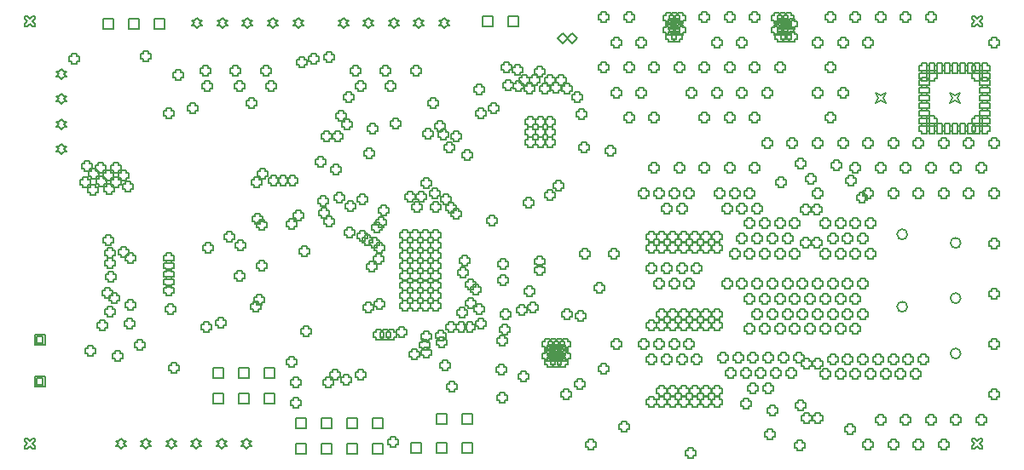
<source format=gbr>
%TF.GenerationSoftware,Altium Limited,Altium Designer,23.3.1 (30)*%
G04 Layer_Color=2752767*
%FSLAX45Y45*%
%MOMM*%
%TF.SameCoordinates,CD13F5F2-8DFB-4D4D-A102-87722C93DE69*%
%TF.FilePolarity,Positive*%
%TF.FileFunction,Drawing*%
%TF.Part,Single*%
G01*
G75*
%TA.AperFunction,NonConductor*%
%ADD145C,0.12700*%
%ADD146C,0.16933*%
D145*
X9430720Y3689200D02*
X9456120Y3740000D01*
X9430720Y3790800D01*
X9481520Y3765400D01*
X9532320Y3790800D01*
X9506920Y3740000D01*
X9532320Y3689200D01*
X9481520Y3714600D01*
X9430720Y3689200D01*
X8699200D02*
X8724600Y3740000D01*
X8699200Y3790800D01*
X8750000Y3765400D01*
X8800800Y3790800D01*
X8775400Y3740000D01*
X8800800Y3689200D01*
X8750000Y3714600D01*
X8699200Y3689200D01*
X3703200Y459200D02*
Y560800D01*
X3804800D01*
Y459200D01*
X3703200D01*
X2941200Y205200D02*
Y306800D01*
X3042800D01*
Y205200D01*
X2941200D01*
X3703200D02*
Y306800D01*
X3804800D01*
Y205200D01*
X3703200D01*
X3449200Y459200D02*
Y560800D01*
X3550800D01*
Y459200D01*
X3449200D01*
Y205200D02*
Y306800D01*
X3550800D01*
Y205200D01*
X3449200D01*
X3195200Y459200D02*
Y560800D01*
X3296800D01*
Y459200D01*
X3195200D01*
Y205200D02*
Y306800D01*
X3296800D01*
Y205200D01*
X3195200D01*
X2941200Y459200D02*
Y560800D01*
X3042800D01*
Y459200D01*
X2941200D01*
X2115200Y705200D02*
Y806800D01*
X2216800D01*
Y705200D01*
X2115200D01*
X2369200D02*
Y806800D01*
X2470800D01*
Y705200D01*
X2369200D01*
Y959200D02*
Y1060800D01*
X2470800D01*
Y959200D01*
X2369200D01*
X2623200Y705200D02*
Y806800D01*
X2724800D01*
Y705200D01*
X2623200D01*
Y959200D02*
Y1060800D01*
X2724800D01*
Y959200D01*
X2623200D01*
X2115200D02*
Y1060800D01*
X2216800D01*
Y959200D01*
X2115200D01*
X2200000Y249200D02*
X2225400Y274600D01*
X2250800D01*
X2225400Y300000D01*
X2250800Y325400D01*
X2225400D01*
X2200000Y350800D01*
X2174600Y325400D01*
X2149200D01*
X2174600Y300000D01*
X2149200Y274600D01*
X2174600D01*
X2200000Y249200D01*
X1950000D02*
X1975400Y274600D01*
X2000800D01*
X1975400Y300000D01*
X2000800Y325400D01*
X1975400D01*
X1950000Y350800D01*
X1924600Y325400D01*
X1899200D01*
X1924600Y300000D01*
X1899200Y274600D01*
X1924600D01*
X1950000Y249200D01*
X1700000D02*
X1725400Y274600D01*
X1750800D01*
X1725400Y300000D01*
X1750800Y325400D01*
X1725400D01*
X1700000Y350800D01*
X1674600Y325400D01*
X1649200D01*
X1674600Y300000D01*
X1649200Y274600D01*
X1674600D01*
X1700000Y249200D01*
X1450000D02*
X1475400Y274600D01*
X1500800D01*
X1475400Y300000D01*
X1500800Y325400D01*
X1475400D01*
X1450000Y350800D01*
X1424600Y325400D01*
X1399200D01*
X1424600Y300000D01*
X1399200Y274600D01*
X1424600D01*
X1450000Y249200D01*
X1200000D02*
X1225400Y274600D01*
X1250800D01*
X1225400Y300000D01*
X1250800Y325400D01*
X1225400D01*
X1200000Y350800D01*
X1174600Y325400D01*
X1149200D01*
X1174600Y300000D01*
X1149200Y274600D01*
X1174600D01*
X1200000Y249200D01*
X2450000D02*
X2475400Y274600D01*
X2500800D01*
X2475400Y300000D01*
X2500800Y325400D01*
X2475400D01*
X2450000Y350800D01*
X2424600Y325400D01*
X2399200D01*
X2424600Y300000D01*
X2399200Y274600D01*
X2424600D01*
X2450000Y249200D01*
X4789200Y4449200D02*
Y4550800D01*
X4890800D01*
Y4449200D01*
X4789200D01*
X1275200Y4429200D02*
Y4530800D01*
X1376800D01*
Y4429200D01*
X1275200D01*
X1021200D02*
Y4530800D01*
X1122800D01*
Y4429200D01*
X1021200D01*
X1529200D02*
Y4530800D01*
X1630800D01*
Y4429200D01*
X1529200D01*
X4410000Y4439200D02*
X4435400Y4464600D01*
X4460800D01*
X4435400Y4490000D01*
X4460800Y4515400D01*
X4435400D01*
X4410000Y4540800D01*
X4384600Y4515400D01*
X4359200D01*
X4384600Y4490000D01*
X4359200Y4464600D01*
X4384600D01*
X4410000Y4439200D01*
X4160000D02*
X4185400Y4464600D01*
X4210800D01*
X4185400Y4490000D01*
X4210800Y4515400D01*
X4185400D01*
X4160000Y4540800D01*
X4134600Y4515400D01*
X4109200D01*
X4134600Y4490000D01*
X4109200Y4464600D01*
X4134600D01*
X4160000Y4439200D01*
X3910000D02*
X3935400Y4464600D01*
X3960800D01*
X3935400Y4490000D01*
X3960800Y4515400D01*
X3935400D01*
X3910000Y4540800D01*
X3884600Y4515400D01*
X3859200D01*
X3884600Y4490000D01*
X3859200Y4464600D01*
X3884600D01*
X3910000Y4439200D01*
X3660000D02*
X3685400Y4464600D01*
X3710800D01*
X3685400Y4490000D01*
X3710800Y4515400D01*
X3685400D01*
X3660000Y4540800D01*
X3634600Y4515400D01*
X3609200D01*
X3634600Y4490000D01*
X3609200Y4464600D01*
X3634600D01*
X3660000Y4439200D01*
X3410000D02*
X3435400Y4464600D01*
X3460800D01*
X3435400Y4490000D01*
X3460800Y4515400D01*
X3435400D01*
X3410000Y4540800D01*
X3384600Y4515400D01*
X3359200D01*
X3384600Y4490000D01*
X3359200Y4464600D01*
X3384600D01*
X3410000Y4439200D01*
X2960000D02*
X2985400Y4464600D01*
X3010800D01*
X2985400Y4490000D01*
X3010800Y4515400D01*
X2985400D01*
X2960000Y4540800D01*
X2934600Y4515400D01*
X2909200D01*
X2934600Y4490000D01*
X2909200Y4464600D01*
X2934600D01*
X2960000Y4439200D01*
X2710000D02*
X2735400Y4464600D01*
X2760800D01*
X2735400Y4490000D01*
X2760800Y4515400D01*
X2735400D01*
X2710000Y4540800D01*
X2684600Y4515400D01*
X2659200D01*
X2684600Y4490000D01*
X2659200Y4464600D01*
X2684600D01*
X2710000Y4439200D01*
X2460000D02*
X2485400Y4464600D01*
X2510800D01*
X2485400Y4490000D01*
X2510800Y4515400D01*
X2485400D01*
X2460000Y4540800D01*
X2434600Y4515400D01*
X2409200D01*
X2434600Y4490000D01*
X2409200Y4464600D01*
X2434600D01*
X2460000Y4439200D01*
X2210000D02*
X2235400Y4464600D01*
X2260800D01*
X2235400Y4490000D01*
X2260800Y4515400D01*
X2235400D01*
X2210000Y4540800D01*
X2184600Y4515400D01*
X2159200D01*
X2184600Y4490000D01*
X2159200Y4464600D01*
X2184600D01*
X2210000Y4439200D01*
X1960000D02*
X1985400Y4464600D01*
X2010800D01*
X1985400Y4490000D01*
X2010800Y4515400D01*
X1985400D01*
X1960000Y4540800D01*
X1934600Y4515400D01*
X1909200D01*
X1934600Y4490000D01*
X1909200Y4464600D01*
X1934600D01*
X1960000Y4439200D01*
X4339200Y209200D02*
Y310800D01*
X4440800D01*
Y209200D01*
X4339200D01*
X4593200D02*
Y310800D01*
X4694800D01*
Y209200D01*
X4593200D01*
X4085200D02*
Y310800D01*
X4186800D01*
Y209200D01*
X4085200D01*
X5043200Y4449200D02*
Y4550800D01*
X5144800D01*
Y4449200D01*
X5043200D01*
X610000Y3679200D02*
X635400Y3704600D01*
X660800D01*
X635400Y3730000D01*
X660800Y3755400D01*
X635400D01*
X610000Y3780800D01*
X584600Y3755400D01*
X559200D01*
X584600Y3730000D01*
X559200Y3704600D01*
X584600D01*
X610000Y3679200D01*
Y3429198D02*
X635400Y3454598D01*
X660800D01*
X635400Y3479998D01*
X660800Y3505398D01*
X635400D01*
X610000Y3530798D01*
X584600Y3505398D01*
X559200D01*
X584600Y3479998D01*
X559200Y3454598D01*
X584600D01*
X610000Y3429198D01*
Y3929202D02*
X635400Y3954602D01*
X660800D01*
X635400Y3980002D01*
X660800Y4005402D01*
X635400D01*
X610000Y4030802D01*
X584600Y4005402D01*
X559200D01*
X584600Y3980002D01*
X559200Y3954602D01*
X584600D01*
X610000Y3929202D01*
Y3179201D02*
X635400Y3204601D01*
X660800D01*
X635400Y3230001D01*
X660800Y3255401D01*
X635400D01*
X610000Y3280801D01*
X584600Y3255401D01*
X559200D01*
X584600Y3230001D01*
X559200Y3204601D01*
X584600D01*
X610000Y3179201D01*
X4335200Y499200D02*
Y600800D01*
X4436800D01*
Y499200D01*
X4335200D01*
X4589200D02*
Y600800D01*
X4690800D01*
Y499200D01*
X4589200D01*
X344202Y1286700D02*
Y1388300D01*
X445802D01*
Y1286700D01*
X344202D01*
X364522Y1307020D02*
Y1367980D01*
X425482D01*
Y1307020D01*
X364522D01*
X344202Y871700D02*
Y973300D01*
X445802D01*
Y871700D01*
X344202D01*
X364522Y892020D02*
Y952980D01*
X425482D01*
Y892020D01*
X364522D01*
X1054600Y2304600D02*
Y2279200D01*
X1105400D01*
Y2304600D01*
X1130800D01*
Y2355400D01*
X1105400D01*
Y2380800D01*
X1054600D01*
Y2355400D01*
X1029200D01*
Y2304600D01*
X1054600D01*
X1064366Y1594835D02*
Y1569435D01*
X1115166D01*
Y1594835D01*
X1140566D01*
Y1645635D01*
X1115166D01*
Y1671035D01*
X1064366D01*
Y1645635D01*
X1038966D01*
Y1594835D01*
X1064366D01*
X1044600Y1774600D02*
Y1749200D01*
X1095400D01*
Y1774600D01*
X1120800D01*
Y1825400D01*
X1095400D01*
Y1850800D01*
X1044600D01*
Y1825400D01*
X1019200D01*
Y1774600D01*
X1044600D01*
X1074600Y1934600D02*
Y1909200D01*
X1125400D01*
Y1934600D01*
X1150800D01*
Y1985400D01*
X1125400D01*
Y2010800D01*
X1074600D01*
Y1985400D01*
X1049200D01*
Y1934600D01*
X1074600D01*
X1064600Y2074600D02*
Y2049200D01*
X1115400D01*
Y2074600D01*
X1140800D01*
Y2125400D01*
X1115400D01*
Y2150800D01*
X1064600D01*
Y2125400D01*
X1039200D01*
Y2074600D01*
X1064600D01*
X8844600Y2769600D02*
Y2744200D01*
X8895400D01*
Y2769600D01*
X8920800D01*
Y2820400D01*
X8895400D01*
Y2845800D01*
X8844600D01*
Y2820400D01*
X8819200D01*
Y2769600D01*
X8844600D01*
X9844600Y2269600D02*
Y2244200D01*
X9895400D01*
Y2269600D01*
X9920800D01*
Y2320400D01*
X9895400D01*
Y2345800D01*
X9844600D01*
Y2320400D01*
X9819200D01*
Y2269600D01*
X9844600D01*
X9719600Y519600D02*
Y494200D01*
X9770400D01*
Y519600D01*
X9795800D01*
Y570400D01*
X9770400D01*
Y595800D01*
X9719600D01*
Y570400D01*
X9694200D01*
Y519600D01*
X9719600D01*
X8969600Y4519600D02*
Y4494200D01*
X9020400D01*
Y4519600D01*
X9045800D01*
Y4570400D01*
X9020400D01*
Y4595800D01*
X8969600D01*
Y4570400D01*
X8944200D01*
Y4519600D01*
X8969600D01*
X7844600Y3269600D02*
Y3244200D01*
X7895400D01*
Y3269600D01*
X7920800D01*
Y3320400D01*
X7895400D01*
Y3345800D01*
X7844600D01*
Y3320400D01*
X7819200D01*
Y3269600D01*
X7844600D01*
X8594600D02*
Y3244200D01*
X8645400D01*
Y3269600D01*
X8670800D01*
Y3320400D01*
X8645400D01*
Y3345800D01*
X8594600D01*
Y3320400D01*
X8569200D01*
Y3269600D01*
X8594600D01*
X7219600Y3519600D02*
Y3494200D01*
X7270400D01*
Y3519600D01*
X7295800D01*
Y3570400D01*
X7270400D01*
Y3595800D01*
X7219600D01*
Y3570400D01*
X7194200D01*
Y3519600D01*
X7219600D01*
X8719600Y4519600D02*
Y4494200D01*
X8770400D01*
Y4519600D01*
X8795800D01*
Y4570400D01*
X8770400D01*
Y4595800D01*
X8719600D01*
Y4570400D01*
X8694200D01*
Y4519600D01*
X8719600D01*
X7219600Y3019600D02*
Y2994200D01*
X7270400D01*
Y3019600D01*
X7295800D01*
Y3070400D01*
X7270400D01*
Y3095800D01*
X7219600D01*
Y3070400D01*
X7194200D01*
Y3019600D01*
X7219600D01*
X7094600Y4269600D02*
Y4244200D01*
X7145400D01*
Y4269600D01*
X7170800D01*
Y4320400D01*
X7145400D01*
Y4345800D01*
X7094600D01*
Y4320400D01*
X7069200D01*
Y4269600D01*
X7094600D01*
X9469600Y519600D02*
Y494200D01*
X9520400D01*
Y519600D01*
X9545800D01*
Y570400D01*
X9520400D01*
Y595800D01*
X9469600D01*
Y570400D01*
X9444200D01*
Y519600D01*
X9469600D01*
X8594600Y269600D02*
Y244200D01*
X8645400D01*
Y269600D01*
X8670800D01*
Y320400D01*
X8645400D01*
Y345800D01*
X8594600D01*
Y320400D01*
X8569200D01*
Y269600D01*
X8594600D01*
X6969600Y3019600D02*
Y2994200D01*
X7020400D01*
Y3019600D01*
X7045800D01*
Y3070400D01*
X7020400D01*
Y3095800D01*
X6969600D01*
Y3070400D01*
X6944200D01*
Y3019600D01*
X6969600D01*
X6844600Y3769600D02*
Y3744200D01*
X6895400D01*
Y3769600D01*
X6920800D01*
Y3820400D01*
X6895400D01*
Y3845800D01*
X6844600D01*
Y3820400D01*
X6819200D01*
Y3769600D01*
X6844600D01*
X8094600Y3269600D02*
Y3244200D01*
X8145400D01*
Y3269600D01*
X8170800D01*
Y3320400D01*
X8145400D01*
Y3345800D01*
X8094600D01*
Y3320400D01*
X8069200D01*
Y3269600D01*
X8094600D01*
X6344600Y3769600D02*
Y3744200D01*
X6395400D01*
Y3769600D01*
X6420800D01*
Y3820400D01*
X6395400D01*
Y3845800D01*
X6344600D01*
Y3820400D01*
X6319200D01*
Y3769600D01*
X6344600D01*
X6219600Y3519600D02*
Y3494200D01*
X6270400D01*
Y3519600D01*
X6295800D01*
Y3570400D01*
X6270400D01*
Y3595800D01*
X6219600D01*
Y3570400D01*
X6194200D01*
Y3519600D01*
X6219600D01*
X7469600D02*
Y3494200D01*
X7520400D01*
Y3519600D01*
X7545800D01*
Y3570400D01*
X7520400D01*
Y3595800D01*
X7469600D01*
Y3570400D01*
X7444200D01*
Y3519600D01*
X7469600D01*
X6969600D02*
Y3494200D01*
X7020400D01*
Y3519600D01*
X7045800D01*
Y3570400D01*
X7020400D01*
Y3595800D01*
X6969600D01*
Y3570400D01*
X6944200D01*
Y3519600D01*
X6969600D01*
X6719600Y3019600D02*
Y2994200D01*
X6770400D01*
Y3019600D01*
X6795800D01*
Y3070400D01*
X6770400D01*
Y3095800D01*
X6719600D01*
Y3070400D01*
X6694200D01*
Y3019600D01*
X6719600D01*
X6094600Y4269600D02*
Y4244200D01*
X6145400D01*
Y4269600D01*
X6170800D01*
Y4320400D01*
X6145400D01*
Y4345800D01*
X6094600D01*
Y4320400D01*
X6069200D01*
Y4269600D01*
X6094600D01*
Y3769600D02*
Y3744200D01*
X6145400D01*
Y3769600D01*
X6170800D01*
Y3820400D01*
X6145400D01*
Y3845800D01*
X6094600D01*
Y3820400D01*
X6069200D01*
Y3769600D01*
X6094600D01*
X5594600Y769600D02*
Y744200D01*
X5645400D01*
Y769600D01*
X5670800D01*
Y820400D01*
X5645400D01*
Y845800D01*
X5594600D01*
Y820400D01*
X5569200D01*
Y769600D01*
X5594600D01*
X8219600Y3519600D02*
Y3494200D01*
X8270400D01*
Y3519600D01*
X8295800D01*
Y3570400D01*
X8270400D01*
Y3595800D01*
X8219600D01*
Y3570400D01*
X8194200D01*
Y3519600D01*
X8219600D01*
X8469600Y3019600D02*
Y2994200D01*
X8520400D01*
Y3019600D01*
X8545800D01*
Y3070400D01*
X8520400D01*
Y3095800D01*
X8469600D01*
Y3070400D01*
X8444200D01*
Y3019600D01*
X8469600D01*
X9469600D02*
Y2994200D01*
X9520400D01*
Y3019600D01*
X9545800D01*
Y3070400D01*
X9520400D01*
Y3095800D01*
X9469600D01*
Y3070400D01*
X9444200D01*
Y3019600D01*
X9469600D01*
X7094600Y3769600D02*
Y3744200D01*
X7145400D01*
Y3769600D01*
X7170800D01*
Y3820400D01*
X7145400D01*
Y3845800D01*
X7094600D01*
Y3820400D01*
X7069200D01*
Y3769600D01*
X7094600D01*
X7594600Y3269600D02*
Y3244200D01*
X7645400D01*
Y3269600D01*
X7670800D01*
Y3320400D01*
X7645400D01*
Y3345800D01*
X7594600D01*
Y3320400D01*
X7569200D01*
Y3269600D01*
X7594600D01*
X8594600Y4269600D02*
Y4244200D01*
X8645400D01*
Y4269600D01*
X8670800D01*
Y4320400D01*
X8645400D01*
Y4345800D01*
X8594600D01*
Y4320400D01*
X8569200D01*
Y4269600D01*
X8594600D01*
X8094600D02*
Y4244200D01*
X8145400D01*
Y4269600D01*
X8170800D01*
Y4320400D01*
X8145400D01*
Y4345800D01*
X8094600D01*
Y4320400D01*
X8069200D01*
Y4269600D01*
X8094600D01*
X7219600Y4519600D02*
Y4494200D01*
X7270400D01*
Y4519600D01*
X7295800D01*
Y4570400D01*
X7270400D01*
Y4595800D01*
X7219600D01*
Y4570400D01*
X7194200D01*
Y4519600D01*
X7219600D01*
X8094600Y3769600D02*
Y3744200D01*
X8145400D01*
Y3769600D01*
X8170800D01*
Y3820400D01*
X8145400D01*
Y3845800D01*
X8094600D01*
Y3820400D01*
X8069200D01*
Y3769600D01*
X8094600D01*
X9844600Y1769600D02*
Y1744200D01*
X9895400D01*
Y1769600D01*
X9920800D01*
Y1820400D01*
X9895400D01*
Y1845800D01*
X9844600D01*
Y1820400D01*
X9819200D01*
Y1769600D01*
X9844600D01*
Y1269600D02*
Y1244200D01*
X9895400D01*
Y1269600D01*
X9920800D01*
Y1320400D01*
X9895400D01*
Y1345800D01*
X9844600D01*
Y1320400D01*
X9819200D01*
Y1269600D01*
X9844600D01*
X8344600Y3269600D02*
Y3244200D01*
X8395400D01*
Y3269600D01*
X8420800D01*
Y3320400D01*
X8395400D01*
Y3345800D01*
X8344600D01*
Y3320400D01*
X8319200D01*
Y3269600D01*
X8344600D01*
X9219600Y4519600D02*
Y4494200D01*
X9270400D01*
Y4519600D01*
X9295800D01*
Y4570400D01*
X9270400D01*
Y4595800D01*
X9219600D01*
Y4570400D01*
X9194200D01*
Y4519600D01*
X9219600D01*
X7469600Y4019600D02*
Y3994200D01*
X7520400D01*
Y4019600D01*
X7545800D01*
Y4070400D01*
X7520400D01*
Y4095800D01*
X7469600D01*
Y4070400D01*
X7444200D01*
Y4019600D01*
X7469600D01*
X9094600Y3269600D02*
Y3244200D01*
X9145400D01*
Y3269600D01*
X9170800D01*
Y3320400D01*
X9145400D01*
Y3345800D01*
X9094600D01*
Y3320400D01*
X9069200D01*
Y3269600D01*
X9094600D01*
X6969600Y4019600D02*
Y3994200D01*
X7020400D01*
Y4019600D01*
X7045800D01*
Y4070400D01*
X7020400D01*
Y4095800D01*
X6969600D01*
Y4070400D01*
X6944200D01*
Y4019600D01*
X6969600D01*
X6219600D02*
Y3994200D01*
X6270400D01*
Y4019600D01*
X6295800D01*
Y4070400D01*
X6270400D01*
Y4095800D01*
X6219600D01*
Y4070400D01*
X6194200D01*
Y4019600D01*
X6219600D01*
X5969600D02*
Y3994200D01*
X6020400D01*
Y4019600D01*
X6045800D01*
Y4070400D01*
X6020400D01*
Y4095800D01*
X5969600D01*
Y4070400D01*
X5944200D01*
Y4019600D01*
X5969600D01*
X9594600Y2769600D02*
Y2744200D01*
X9645400D01*
Y2769600D01*
X9670800D01*
Y2820400D01*
X9645400D01*
Y2845800D01*
X9594600D01*
Y2820400D01*
X9569200D01*
Y2769600D01*
X9594600D01*
X8719600Y3019600D02*
Y2994200D01*
X8770400D01*
Y3019600D01*
X8795800D01*
Y3070400D01*
X8770400D01*
Y3095800D01*
X8719600D01*
Y3070400D01*
X8694200D01*
Y3019600D01*
X8719600D01*
X9219600D02*
Y2994200D01*
X9270400D01*
Y3019600D01*
X9295800D01*
Y3070400D01*
X9270400D01*
Y3095800D01*
X9219600D01*
Y3070400D01*
X9194200D01*
Y3019600D01*
X9219600D01*
X8219600Y4019600D02*
Y3994200D01*
X8270400D01*
Y4019600D01*
X8295800D01*
Y4070400D01*
X8270400D01*
Y4095800D01*
X8219600D01*
Y4070400D01*
X8194200D01*
Y4019600D01*
X8219600D01*
X9719600Y3019600D02*
Y2994200D01*
X9770400D01*
Y3019600D01*
X9795800D01*
Y3070400D01*
X9770400D01*
Y3095800D01*
X9719600D01*
Y3070400D01*
X9694200D01*
Y3019600D01*
X9719600D01*
X6469600D02*
Y2994200D01*
X6520400D01*
Y3019600D01*
X6545800D01*
Y3070400D01*
X6520400D01*
Y3095800D01*
X6469600D01*
Y3070400D01*
X6444200D01*
Y3019600D01*
X6469600D01*
X7344600Y4269600D02*
Y4244200D01*
X7395400D01*
Y4269600D01*
X7420800D01*
Y4320400D01*
X7395400D01*
Y4345800D01*
X7344600D01*
Y4320400D01*
X7319200D01*
Y4269600D01*
X7344600D01*
X9094600Y2769600D02*
Y2744200D01*
X9145400D01*
Y2769600D01*
X9170800D01*
Y2820400D01*
X9145400D01*
Y2845800D01*
X9094600D01*
Y2820400D01*
X9069200D01*
Y2769600D01*
X9094600D01*
X5844600Y269600D02*
Y244200D01*
X5895400D01*
Y269600D01*
X5920800D01*
Y320400D01*
X5895400D01*
Y345800D01*
X5844600D01*
Y320400D01*
X5819200D01*
Y269600D01*
X5844600D01*
X6469600Y3519600D02*
Y3494200D01*
X6520400D01*
Y3519600D01*
X6545800D01*
Y3570400D01*
X6520400D01*
Y3595800D01*
X6469600D01*
Y3570400D01*
X6444200D01*
Y3519600D01*
X6469600D01*
X7469600Y4519600D02*
Y4494200D01*
X7520400D01*
Y4519600D01*
X7545800D01*
Y4570400D01*
X7520400D01*
Y4595800D01*
X7469600D01*
Y4570400D01*
X7444200D01*
Y4519600D01*
X7469600D01*
X8344600Y4269600D02*
Y4244200D01*
X8395400D01*
Y4269600D01*
X8420800D01*
Y4320400D01*
X8395400D01*
Y4345800D01*
X8344600D01*
Y4320400D01*
X8319200D01*
Y4269600D01*
X8344600D01*
X8844600Y3269600D02*
Y3244200D01*
X8895400D01*
Y3269600D01*
X8920800D01*
Y3320400D01*
X8895400D01*
Y3345800D01*
X8844600D01*
Y3320400D01*
X8819200D01*
Y3269600D01*
X8844600D01*
X8719600Y519600D02*
Y494200D01*
X8770400D01*
Y519600D01*
X8795800D01*
Y570400D01*
X8770400D01*
Y595800D01*
X8719600D01*
Y570400D01*
X8694200D01*
Y519600D01*
X8719600D01*
X7344600Y3769600D02*
Y3744200D01*
X7395400D01*
Y3769600D01*
X7420800D01*
Y3820400D01*
X7395400D01*
Y3845800D01*
X7344600D01*
Y3820400D01*
X7319200D01*
Y3769600D01*
X7344600D01*
X8469600Y4519600D02*
Y4494200D01*
X8520400D01*
Y4519600D01*
X8545800D01*
Y4570400D01*
X8520400D01*
Y4595800D01*
X8469600D01*
Y4570400D01*
X8444200D01*
Y4519600D01*
X8469600D01*
X6344600Y4269600D02*
Y4244200D01*
X6395400D01*
Y4269600D01*
X6420800D01*
Y4320400D01*
X6395400D01*
Y4345800D01*
X6344600D01*
Y4320400D01*
X6319200D01*
Y4269600D01*
X6344600D01*
X9344600Y269600D02*
Y244200D01*
X9395400D01*
Y269600D01*
X9420800D01*
Y320400D01*
X9395400D01*
Y345800D01*
X9344600D01*
Y320400D01*
X9319200D01*
Y269600D01*
X9344600D01*
X9094600D02*
Y244200D01*
X9145400D01*
Y269600D01*
X9170800D01*
Y320400D01*
X9145400D01*
Y345800D01*
X9094600D01*
Y320400D01*
X9069200D01*
Y269600D01*
X9094600D01*
X9594600Y3269600D02*
Y3244200D01*
X9645400D01*
Y3269600D01*
X9670800D01*
Y3320400D01*
X9645400D01*
Y3345800D01*
X9594600D01*
Y3320400D01*
X9569200D01*
Y3269600D01*
X9594600D01*
X9219600Y519600D02*
Y494200D01*
X9270400D01*
Y519600D01*
X9295800D01*
Y570400D01*
X9270400D01*
Y595800D01*
X9219600D01*
Y570400D01*
X9194200D01*
Y519600D01*
X9219600D01*
X8094600Y2769600D02*
Y2744200D01*
X8145400D01*
Y2769600D01*
X8170800D01*
Y2820400D01*
X8145400D01*
Y2845800D01*
X8094600D01*
Y2820400D01*
X8069200D01*
Y2769600D01*
X8094600D01*
X6094600Y1269600D02*
Y1244200D01*
X6145400D01*
Y1269600D01*
X6170800D01*
Y1320400D01*
X6145400D01*
Y1345800D01*
X6094600D01*
Y1320400D01*
X6069200D01*
Y1269600D01*
X6094600D01*
X8344600Y3769600D02*
Y3744200D01*
X8395400D01*
Y3769600D01*
X8420800D01*
Y3820400D01*
X8395400D01*
Y3845800D01*
X8344600D01*
Y3820400D01*
X8319200D01*
Y3769600D01*
X8344600D01*
X8969600Y519600D02*
Y494200D01*
X9020400D01*
Y519600D01*
X9045800D01*
Y570400D01*
X9020400D01*
Y595800D01*
X8969600D01*
Y570400D01*
X8944200D01*
Y519600D01*
X8969600D01*
X6219600Y4519600D02*
Y4494200D01*
X6270400D01*
Y4519600D01*
X6295800D01*
Y4570400D01*
X6270400D01*
Y4595800D01*
X6219600D01*
Y4570400D01*
X6194200D01*
Y4519600D01*
X6219600D01*
X9844600Y4269600D02*
Y4244200D01*
X9895400D01*
Y4269600D01*
X9920800D01*
Y4320400D01*
X9895400D01*
Y4345800D01*
X9844600D01*
Y4320400D01*
X9819200D01*
Y4269600D01*
X9844600D01*
X8844600Y269600D02*
Y244200D01*
X8895400D01*
Y269600D01*
X8920800D01*
Y320400D01*
X8895400D01*
Y345800D01*
X8844600D01*
Y320400D01*
X8819200D01*
Y269600D01*
X8844600D01*
X5969600Y1019600D02*
Y994200D01*
X6020400D01*
Y1019600D01*
X6045800D01*
Y1070400D01*
X6020400D01*
Y1095800D01*
X5969600D01*
Y1070400D01*
X5944200D01*
Y1019600D01*
X5969600D01*
X9844600Y3269600D02*
Y3244200D01*
X9895400D01*
Y3269600D01*
X9920800D01*
Y3320400D01*
X9895400D01*
Y3345800D01*
X9844600D01*
Y3320400D01*
X9819200D01*
Y3269600D01*
X9844600D01*
Y2769600D02*
Y2744200D01*
X9895400D01*
Y2769600D01*
X9920800D01*
Y2820400D01*
X9895400D01*
Y2845800D01*
X9844600D01*
Y2820400D01*
X9819200D01*
Y2769600D01*
X9844600D01*
Y769600D02*
Y744200D01*
X9895400D01*
Y769600D01*
X9920800D01*
Y820400D01*
X9895400D01*
Y845800D01*
X9844600D01*
Y820400D01*
X9819200D01*
Y769600D01*
X9844600D01*
X9344600Y2769600D02*
Y2744200D01*
X9395400D01*
Y2769600D01*
X9420800D01*
Y2820400D01*
X9395400D01*
Y2845800D01*
X9344600D01*
Y2820400D01*
X9319200D01*
Y2769600D01*
X9344600D01*
X6719600Y4019600D02*
Y3994200D01*
X6770400D01*
Y4019600D01*
X6795800D01*
Y4070400D01*
X6770400D01*
Y4095800D01*
X6719600D01*
Y4070400D01*
X6694200D01*
Y4019600D01*
X6719600D01*
X9344600Y3269600D02*
Y3244200D01*
X9395400D01*
Y3269600D01*
X9420800D01*
Y3320400D01*
X9395400D01*
Y3345800D01*
X9344600D01*
Y3320400D01*
X9319200D01*
Y3269600D01*
X9344600D01*
X7219600Y4019600D02*
Y3994200D01*
X7270400D01*
Y4019600D01*
X7295800D01*
Y4070400D01*
X7270400D01*
Y4095800D01*
X7219600D01*
Y4070400D01*
X7194200D01*
Y4019600D01*
X7219600D01*
X6469600D02*
Y3994200D01*
X6520400D01*
Y4019600D01*
X6545800D01*
Y4070400D01*
X6520400D01*
Y4095800D01*
X6469600D01*
Y4070400D01*
X6444200D01*
Y4019600D01*
X6469600D01*
X6969600Y4519600D02*
Y4494200D01*
X7020400D01*
Y4519600D01*
X7045800D01*
Y4570400D01*
X7020400D01*
Y4595800D01*
X6969600D01*
Y4570400D01*
X6944200D01*
Y4519600D01*
X6969600D01*
X5969600D02*
Y4494200D01*
X6020400D01*
Y4519600D01*
X6045800D01*
Y4570400D01*
X6020400D01*
Y4595800D01*
X5969600D01*
Y4570400D01*
X5944200D01*
Y4519600D01*
X5969600D01*
X8594600Y2769600D02*
Y2744200D01*
X8645400D01*
Y2769600D01*
X8670800D01*
Y2820400D01*
X8645400D01*
Y2845800D01*
X8594600D01*
Y2820400D01*
X8569200D01*
Y2769600D01*
X8594600D01*
X7594600Y3769600D02*
Y3744200D01*
X7645400D01*
Y3769600D01*
X7670800D01*
Y3820400D01*
X7645400D01*
Y3845800D01*
X7594600D01*
Y3820400D01*
X7569200D01*
Y3769600D01*
X7594600D01*
X8969600Y3019600D02*
Y2994200D01*
X9020400D01*
Y3019600D01*
X9045800D01*
Y3070400D01*
X9020400D01*
Y3095800D01*
X8969600D01*
Y3070400D01*
X8944200D01*
Y3019600D01*
X8969600D01*
X8219600Y4519600D02*
Y4494200D01*
X8270400D01*
Y4519600D01*
X8295800D01*
Y4570400D01*
X8270400D01*
Y4595800D01*
X8219600D01*
Y4570400D01*
X8194200D01*
Y4519600D01*
X8219600D01*
X7469600Y3019600D02*
Y2994200D01*
X7520400D01*
Y3019600D01*
X7545800D01*
Y3070400D01*
X7520400D01*
Y3095800D01*
X7469600D01*
Y3070400D01*
X7444200D01*
Y3019600D01*
X7469600D01*
X7719600Y4019600D02*
Y3994200D01*
X7770400D01*
Y4019600D01*
X7795800D01*
Y4070400D01*
X7770400D01*
Y4095800D01*
X7719600D01*
Y4070400D01*
X7694200D01*
Y4019600D01*
X7719600D01*
X9682116Y3489607D02*
Y3464207D01*
X9732916D01*
Y3489607D01*
X9758316D01*
Y3540407D01*
X9732916D01*
Y3565807D01*
X9682116D01*
Y3540407D01*
X9656716D01*
Y3489607D01*
X9682116D01*
X9757116D02*
Y3464207D01*
X9807916D01*
Y3489607D01*
X9833316D01*
Y3540407D01*
X9807916D01*
Y3565807D01*
X9757116D01*
Y3540407D01*
X9731716D01*
Y3489607D01*
X9757116D01*
Y3564607D02*
Y3539207D01*
X9807916D01*
Y3564607D01*
X9833316D01*
Y3615407D01*
X9807916D01*
Y3640807D01*
X9757116D01*
Y3615407D01*
X9731716D01*
Y3564607D01*
X9757116D01*
Y4014608D02*
Y3989208D01*
X9807916D01*
Y4014608D01*
X9833316D01*
Y4065408D01*
X9807916D01*
Y4090808D01*
X9757116D01*
Y4065408D01*
X9731716D01*
Y4014608D01*
X9757116D01*
Y3939608D02*
Y3914208D01*
X9807916D01*
Y3939608D01*
X9833316D01*
Y3990408D01*
X9807916D01*
Y4015808D01*
X9757116D01*
Y3990408D01*
X9731716D01*
Y3939608D01*
X9757116D01*
Y3864607D02*
Y3839207D01*
X9807916D01*
Y3864607D01*
X9833316D01*
Y3915407D01*
X9807916D01*
Y3940807D01*
X9757116D01*
Y3915407D01*
X9731716D01*
Y3864607D01*
X9757116D01*
Y3789607D02*
Y3764207D01*
X9807916D01*
Y3789607D01*
X9833316D01*
Y3840407D01*
X9807916D01*
Y3865807D01*
X9757116D01*
Y3840407D01*
X9731716D01*
Y3789607D01*
X9757116D01*
Y3714607D02*
Y3689207D01*
X9807916D01*
Y3714607D01*
X9833316D01*
Y3765407D01*
X9807916D01*
Y3790807D01*
X9757116D01*
Y3765407D01*
X9731716D01*
Y3714607D01*
X9757116D01*
Y3639607D02*
Y3614207D01*
X9807916D01*
Y3639607D01*
X9833316D01*
Y3690407D01*
X9807916D01*
Y3715807D01*
X9757116D01*
Y3690407D01*
X9731716D01*
Y3639607D01*
X9757116D01*
Y3414607D02*
Y3389207D01*
X9807916D01*
Y3414607D01*
X9833316D01*
Y3465407D01*
X9807916D01*
Y3490807D01*
X9757116D01*
Y3465407D01*
X9731716D01*
Y3414607D01*
X9757116D01*
X9682116Y4014608D02*
Y3989208D01*
X9732916D01*
Y4014608D01*
X9758316D01*
Y4065408D01*
X9732916D01*
Y4090808D01*
X9682116D01*
Y4065408D01*
X9656716D01*
Y4014608D01*
X9682116D01*
Y3939608D02*
Y3914208D01*
X9732916D01*
Y3939608D01*
X9758316D01*
Y3990408D01*
X9732916D01*
Y4015808D01*
X9682116D01*
Y3990408D01*
X9656716D01*
Y3939608D01*
X9682116D01*
Y3414607D02*
Y3389207D01*
X9732916D01*
Y3414607D01*
X9758316D01*
Y3465407D01*
X9732916D01*
Y3490807D01*
X9682116D01*
Y3465407D01*
X9656716D01*
Y3414607D01*
X9682116D01*
X9607116Y4014608D02*
Y3989208D01*
X9657916D01*
Y4014608D01*
X9683316D01*
Y4065408D01*
X9657916D01*
Y4090808D01*
X9607116D01*
Y4065408D01*
X9581716D01*
Y4014608D01*
X9607116D01*
Y3414607D02*
Y3389207D01*
X9657916D01*
Y3414607D01*
X9683316D01*
Y3465407D01*
X9657916D01*
Y3490807D01*
X9607116D01*
Y3465407D01*
X9581716D01*
Y3414607D01*
X9607116D01*
X9532116Y4014608D02*
Y3989208D01*
X9582916D01*
Y4014608D01*
X9608316D01*
Y4065408D01*
X9582916D01*
Y4090808D01*
X9532116D01*
Y4065408D01*
X9506716D01*
Y4014608D01*
X9532116D01*
Y3414607D02*
Y3389207D01*
X9582916D01*
Y3414607D01*
X9608316D01*
Y3465407D01*
X9582916D01*
Y3490807D01*
X9532116D01*
Y3465407D01*
X9506716D01*
Y3414607D01*
X9532116D01*
X9457116Y4014608D02*
Y3989208D01*
X9507916D01*
Y4014608D01*
X9533316D01*
Y4065408D01*
X9507916D01*
Y4090808D01*
X9457116D01*
Y4065408D01*
X9431716D01*
Y4014608D01*
X9457116D01*
Y3414607D02*
Y3389207D01*
X9507916D01*
Y3414607D01*
X9533316D01*
Y3465407D01*
X9507916D01*
Y3490807D01*
X9457116D01*
Y3465407D01*
X9431716D01*
Y3414607D01*
X9457116D01*
X9382116Y4014608D02*
Y3989208D01*
X9432916D01*
Y4014608D01*
X9458316D01*
Y4065408D01*
X9432916D01*
Y4090808D01*
X9382116D01*
Y4065408D01*
X9356716D01*
Y4014608D01*
X9382116D01*
Y3414607D02*
Y3389207D01*
X9432916D01*
Y3414607D01*
X9458316D01*
Y3465407D01*
X9432916D01*
Y3490807D01*
X9382116D01*
Y3465407D01*
X9356716D01*
Y3414607D01*
X9382116D01*
X9307115Y4014608D02*
Y3989208D01*
X9357915D01*
Y4014608D01*
X9383315D01*
Y4065408D01*
X9357915D01*
Y4090808D01*
X9307115D01*
Y4065408D01*
X9281715D01*
Y4014608D01*
X9307115D01*
Y3414607D02*
Y3389207D01*
X9357915D01*
Y3414607D01*
X9383315D01*
Y3465407D01*
X9357915D01*
Y3490807D01*
X9307115D01*
Y3465407D01*
X9281715D01*
Y3414607D01*
X9307115D01*
X9232115Y4014608D02*
Y3989208D01*
X9282915D01*
Y4014608D01*
X9308315D01*
Y4065408D01*
X9282915D01*
Y4090808D01*
X9232115D01*
Y4065408D01*
X9206715D01*
Y4014608D01*
X9232115D01*
Y3939608D02*
Y3914208D01*
X9282915D01*
Y3939608D01*
X9308315D01*
Y3990408D01*
X9282915D01*
Y4015808D01*
X9232115D01*
Y3990408D01*
X9206715D01*
Y3939608D01*
X9232115D01*
Y3489607D02*
Y3464207D01*
X9282915D01*
Y3489607D01*
X9308315D01*
Y3540407D01*
X9282915D01*
Y3565807D01*
X9232115D01*
Y3540407D01*
X9206715D01*
Y3489607D01*
X9232115D01*
Y3414607D02*
Y3389207D01*
X9282915D01*
Y3414607D01*
X9308315D01*
Y3465407D01*
X9282915D01*
Y3490807D01*
X9232115D01*
Y3465407D01*
X9206715D01*
Y3414607D01*
X9232115D01*
X9157115Y4014608D02*
Y3989208D01*
X9207915D01*
Y4014608D01*
X9233315D01*
Y4065408D01*
X9207915D01*
Y4090808D01*
X9157115D01*
Y4065408D01*
X9131715D01*
Y4014608D01*
X9157115D01*
Y3939608D02*
Y3914208D01*
X9207915D01*
Y3939608D01*
X9233315D01*
Y3990408D01*
X9207915D01*
Y4015808D01*
X9157115D01*
Y3990408D01*
X9131715D01*
Y3939608D01*
X9157115D01*
Y3864607D02*
Y3839207D01*
X9207915D01*
Y3864607D01*
X9233315D01*
Y3915407D01*
X9207915D01*
Y3940807D01*
X9157115D01*
Y3915407D01*
X9131715D01*
Y3864607D01*
X9157115D01*
Y3789607D02*
Y3764207D01*
X9207915D01*
Y3789607D01*
X9233315D01*
Y3840407D01*
X9207915D01*
Y3865807D01*
X9157115D01*
Y3840407D01*
X9131715D01*
Y3789607D01*
X9157115D01*
Y3714607D02*
Y3689207D01*
X9207915D01*
Y3714607D01*
X9233315D01*
Y3765407D01*
X9207915D01*
Y3790807D01*
X9157115D01*
Y3765407D01*
X9131715D01*
Y3714607D01*
X9157115D01*
Y3639607D02*
Y3614207D01*
X9207915D01*
Y3639607D01*
X9233315D01*
Y3690407D01*
X9207915D01*
Y3715807D01*
X9157115D01*
Y3690407D01*
X9131715D01*
Y3639607D01*
X9157115D01*
Y3564607D02*
Y3539207D01*
X9207915D01*
Y3564607D01*
X9233315D01*
Y3615407D01*
X9207915D01*
Y3640807D01*
X9157115D01*
Y3615407D01*
X9131715D01*
Y3564607D01*
X9157115D01*
Y3489607D02*
Y3464207D01*
X9207915D01*
Y3489607D01*
X9233315D01*
Y3540407D01*
X9207915D01*
Y3565807D01*
X9157115D01*
Y3540407D01*
X9131715D01*
Y3489607D01*
X9157115D01*
Y3414607D02*
Y3389207D01*
X9207915D01*
Y3414607D01*
X9233315D01*
Y3465407D01*
X9207915D01*
Y3490807D01*
X9157115D01*
Y3465407D01*
X9131715D01*
Y3414607D01*
X9157115D01*
X7099603Y2339601D02*
Y2314201D01*
X7150403D01*
Y2339601D01*
X7175803D01*
Y2390401D01*
X7150403D01*
Y2415801D01*
X7099603D01*
Y2390401D01*
X7074203D01*
Y2339601D01*
X7099603D01*
Y2229601D02*
Y2204201D01*
X7150403D01*
Y2229601D01*
X7175803D01*
Y2280401D01*
X7150403D01*
Y2305801D01*
X7099603D01*
Y2280401D01*
X7074203D01*
Y2229601D01*
X7099603D01*
Y1569601D02*
Y1544201D01*
X7150403D01*
Y1569601D01*
X7175803D01*
Y1620401D01*
X7150403D01*
Y1645801D01*
X7099603D01*
Y1620401D01*
X7074203D01*
Y1569601D01*
X7099603D01*
Y1459601D02*
Y1434201D01*
X7150403D01*
Y1459601D01*
X7175803D01*
Y1510401D01*
X7150403D01*
Y1535801D01*
X7099603D01*
Y1510401D01*
X7074203D01*
Y1459601D01*
X7099603D01*
Y799601D02*
Y774201D01*
X7150403D01*
Y799601D01*
X7175803D01*
Y850401D01*
X7150403D01*
Y875801D01*
X7099603D01*
Y850401D01*
X7074203D01*
Y799601D01*
X7099603D01*
Y689601D02*
Y664201D01*
X7150403D01*
Y689601D01*
X7175803D01*
Y740401D01*
X7150403D01*
Y765801D01*
X7099603D01*
Y740401D01*
X7074203D01*
Y689601D01*
X7099603D01*
X6989603Y2339601D02*
Y2314201D01*
X7040403D01*
Y2339601D01*
X7065803D01*
Y2390401D01*
X7040403D01*
Y2415801D01*
X6989603D01*
Y2390401D01*
X6964203D01*
Y2339601D01*
X6989603D01*
Y2229601D02*
Y2204201D01*
X7040403D01*
Y2229601D01*
X7065803D01*
Y2280401D01*
X7040403D01*
Y2305801D01*
X6989603D01*
Y2280401D01*
X6964203D01*
Y2229601D01*
X6989603D01*
Y1569601D02*
Y1544201D01*
X7040403D01*
Y1569601D01*
X7065803D01*
Y1620401D01*
X7040403D01*
Y1645801D01*
X6989603D01*
Y1620401D01*
X6964203D01*
Y1569601D01*
X6989603D01*
Y1459601D02*
Y1434201D01*
X7040403D01*
Y1459601D01*
X7065803D01*
Y1510401D01*
X7040403D01*
Y1535801D01*
X6989603D01*
Y1510401D01*
X6964203D01*
Y1459601D01*
X6989603D01*
Y799601D02*
Y774201D01*
X7040403D01*
Y799601D01*
X7065803D01*
Y850401D01*
X7040403D01*
Y875801D01*
X6989603D01*
Y850401D01*
X6964203D01*
Y799601D01*
X6989603D01*
Y689601D02*
Y664201D01*
X7040403D01*
Y689601D01*
X7065803D01*
Y740401D01*
X7040403D01*
Y765801D01*
X6989603D01*
Y740401D01*
X6964203D01*
Y689601D01*
X6989603D01*
X6879603Y2339601D02*
Y2314201D01*
X6930403D01*
Y2339601D01*
X6955803D01*
Y2390401D01*
X6930403D01*
Y2415801D01*
X6879603D01*
Y2390401D01*
X6854203D01*
Y2339601D01*
X6879603D01*
Y2229601D02*
Y2204201D01*
X6930403D01*
Y2229601D01*
X6955803D01*
Y2280401D01*
X6930403D01*
Y2305801D01*
X6879603D01*
Y2280401D01*
X6854203D01*
Y2229601D01*
X6879603D01*
Y1569601D02*
Y1544201D01*
X6930403D01*
Y1569601D01*
X6955803D01*
Y1620401D01*
X6930403D01*
Y1645801D01*
X6879603D01*
Y1620401D01*
X6854203D01*
Y1569601D01*
X6879603D01*
Y1459601D02*
Y1434201D01*
X6930403D01*
Y1459601D01*
X6955803D01*
Y1510401D01*
X6930403D01*
Y1535801D01*
X6879603D01*
Y1510401D01*
X6854203D01*
Y1459601D01*
X6879603D01*
Y799601D02*
Y774201D01*
X6930403D01*
Y799601D01*
X6955803D01*
Y850401D01*
X6930403D01*
Y875801D01*
X6879603D01*
Y850401D01*
X6854203D01*
Y799601D01*
X6879603D01*
Y689601D02*
Y664201D01*
X6930403D01*
Y689601D01*
X6955803D01*
Y740401D01*
X6930403D01*
Y765801D01*
X6879603D01*
Y740401D01*
X6854203D01*
Y689601D01*
X6879603D01*
X6769603Y2339601D02*
Y2314201D01*
X6820403D01*
Y2339601D01*
X6845803D01*
Y2390401D01*
X6820403D01*
Y2415801D01*
X6769603D01*
Y2390401D01*
X6744203D01*
Y2339601D01*
X6769603D01*
Y2229601D02*
Y2204201D01*
X6820403D01*
Y2229601D01*
X6845803D01*
Y2280401D01*
X6820403D01*
Y2305801D01*
X6769603D01*
Y2280401D01*
X6744203D01*
Y2229601D01*
X6769603D01*
Y1569601D02*
Y1544201D01*
X6820403D01*
Y1569601D01*
X6845803D01*
Y1620401D01*
X6820403D01*
Y1645801D01*
X6769603D01*
Y1620401D01*
X6744203D01*
Y1569601D01*
X6769603D01*
Y1459601D02*
Y1434201D01*
X6820403D01*
Y1459601D01*
X6845803D01*
Y1510401D01*
X6820403D01*
Y1535801D01*
X6769603D01*
Y1510401D01*
X6744203D01*
Y1459601D01*
X6769603D01*
Y799601D02*
Y774201D01*
X6820403D01*
Y799601D01*
X6845803D01*
Y850401D01*
X6820403D01*
Y875801D01*
X6769603D01*
Y850401D01*
X6744203D01*
Y799601D01*
X6769603D01*
Y689601D02*
Y664201D01*
X6820403D01*
Y689601D01*
X6845803D01*
Y740401D01*
X6820403D01*
Y765801D01*
X6769603D01*
Y740401D01*
X6744203D01*
Y689601D01*
X6769603D01*
X6659603Y2339601D02*
Y2314201D01*
X6710403D01*
Y2339601D01*
X6735803D01*
Y2390401D01*
X6710403D01*
Y2415801D01*
X6659603D01*
Y2390401D01*
X6634203D01*
Y2339601D01*
X6659603D01*
Y2229601D02*
Y2204201D01*
X6710403D01*
Y2229601D01*
X6735803D01*
Y2280401D01*
X6710403D01*
Y2305801D01*
X6659603D01*
Y2280401D01*
X6634203D01*
Y2229601D01*
X6659603D01*
Y1569601D02*
Y1544201D01*
X6710403D01*
Y1569601D01*
X6735803D01*
Y1620401D01*
X6710403D01*
Y1645801D01*
X6659603D01*
Y1620401D01*
X6634203D01*
Y1569601D01*
X6659603D01*
Y1459601D02*
Y1434201D01*
X6710403D01*
Y1459601D01*
X6735803D01*
Y1510401D01*
X6710403D01*
Y1535801D01*
X6659603D01*
Y1510401D01*
X6634203D01*
Y1459601D01*
X6659603D01*
Y799601D02*
Y774201D01*
X6710403D01*
Y799601D01*
X6735803D01*
Y850401D01*
X6710403D01*
Y875801D01*
X6659603D01*
Y850401D01*
X6634203D01*
Y799601D01*
X6659603D01*
Y689601D02*
Y664201D01*
X6710403D01*
Y689601D01*
X6735803D01*
Y740401D01*
X6710403D01*
Y765801D01*
X6659603D01*
Y740401D01*
X6634203D01*
Y689601D01*
X6659603D01*
X6549603Y2339601D02*
Y2314201D01*
X6600403D01*
Y2339601D01*
X6625803D01*
Y2390401D01*
X6600403D01*
Y2415801D01*
X6549603D01*
Y2390401D01*
X6524203D01*
Y2339601D01*
X6549603D01*
Y2229601D02*
Y2204201D01*
X6600403D01*
Y2229601D01*
X6625803D01*
Y2280401D01*
X6600403D01*
Y2305801D01*
X6549603D01*
Y2280401D01*
X6524203D01*
Y2229601D01*
X6549603D01*
Y1569601D02*
Y1544201D01*
X6600403D01*
Y1569601D01*
X6625803D01*
Y1620401D01*
X6600403D01*
Y1645801D01*
X6549603D01*
Y1620401D01*
X6524203D01*
Y1569601D01*
X6549603D01*
Y1459601D02*
Y1434201D01*
X6600403D01*
Y1459601D01*
X6625803D01*
Y1510401D01*
X6600403D01*
Y1535801D01*
X6549603D01*
Y1510401D01*
X6524203D01*
Y1459601D01*
X6549603D01*
Y799601D02*
Y774201D01*
X6600403D01*
Y799601D01*
X6625803D01*
Y850401D01*
X6600403D01*
Y875801D01*
X6549603D01*
Y850401D01*
X6524203D01*
Y799601D01*
X6549603D01*
Y689601D02*
Y664201D01*
X6600403D01*
Y689601D01*
X6625803D01*
Y740401D01*
X6600403D01*
Y765801D01*
X6549603D01*
Y740401D01*
X6524203D01*
Y689601D01*
X6549603D01*
X6439603Y2339601D02*
Y2314201D01*
X6490403D01*
Y2339601D01*
X6515803D01*
Y2390401D01*
X6490403D01*
Y2415801D01*
X6439603D01*
Y2390401D01*
X6414203D01*
Y2339601D01*
X6439603D01*
Y2229601D02*
Y2204201D01*
X6490403D01*
Y2229601D01*
X6515803D01*
Y2280401D01*
X6490403D01*
Y2305801D01*
X6439603D01*
Y2280401D01*
X6414203D01*
Y2229601D01*
X6439603D01*
Y1459601D02*
Y1434201D01*
X6490403D01*
Y1459601D01*
X6515803D01*
Y1510401D01*
X6490403D01*
Y1535801D01*
X6439603D01*
Y1510401D01*
X6414203D01*
Y1459601D01*
X6439603D01*
Y689601D02*
Y664201D01*
X6490403D01*
Y689601D01*
X6515803D01*
Y740401D01*
X6490403D01*
Y765801D01*
X6439603D01*
Y740401D01*
X6414203D01*
Y689601D01*
X6439603D01*
X9144596Y1119599D02*
Y1094199D01*
X9195396D01*
Y1119599D01*
X9220796D01*
Y1170399D01*
X9195396D01*
Y1195799D01*
X9144596D01*
Y1170399D01*
X9119196D01*
Y1119599D01*
X9144596D01*
X9069597Y969599D02*
Y944199D01*
X9120397D01*
Y969599D01*
X9145797D01*
Y1020399D01*
X9120397D01*
Y1045799D01*
X9069597D01*
Y1020399D01*
X9044197D01*
Y969599D01*
X9069597D01*
X8994596Y1119599D02*
Y1094199D01*
X9045396D01*
Y1119599D01*
X9070796D01*
Y1170399D01*
X9045396D01*
Y1195799D01*
X8994596D01*
Y1170399D01*
X8969196D01*
Y1119599D01*
X8994596D01*
X8919597Y969599D02*
Y944199D01*
X8970397D01*
Y969599D01*
X8995797D01*
Y1020399D01*
X8970397D01*
Y1045799D01*
X8919597D01*
Y1020399D01*
X8894197D01*
Y969599D01*
X8919597D01*
X8844596Y1119599D02*
Y1094199D01*
X8895396D01*
Y1119599D01*
X8920796D01*
Y1170399D01*
X8895396D01*
Y1195799D01*
X8844596D01*
Y1170399D01*
X8819196D01*
Y1119599D01*
X8844596D01*
X8769597Y969599D02*
Y944199D01*
X8820397D01*
Y969599D01*
X8845797D01*
Y1020399D01*
X8820397D01*
Y1045799D01*
X8769597D01*
Y1020399D01*
X8744197D01*
Y969599D01*
X8769597D01*
X8694597Y1119599D02*
Y1094199D01*
X8745397D01*
Y1119599D01*
X8770797D01*
Y1170399D01*
X8745397D01*
Y1195799D01*
X8694597D01*
Y1170399D01*
X8669197D01*
Y1119599D01*
X8694597D01*
X8619597Y969599D02*
Y944199D01*
X8670397D01*
Y969599D01*
X8695797D01*
Y1020399D01*
X8670397D01*
Y1045799D01*
X8619597D01*
Y1020399D01*
X8594197D01*
Y969599D01*
X8619597D01*
X8544597Y1119599D02*
Y1094199D01*
X8595397D01*
Y1119599D01*
X8620797D01*
Y1170399D01*
X8595397D01*
Y1195799D01*
X8544597D01*
Y1170399D01*
X8519197D01*
Y1119599D01*
X8544597D01*
X8469597Y969599D02*
Y944199D01*
X8520397D01*
Y969599D01*
X8545797D01*
Y1020399D01*
X8520397D01*
Y1045799D01*
X8469597D01*
Y1020399D01*
X8444197D01*
Y969599D01*
X8469597D01*
X8394597Y1119599D02*
Y1094199D01*
X8445397D01*
Y1119599D01*
X8470797D01*
Y1170399D01*
X8445397D01*
Y1195799D01*
X8394597D01*
Y1170399D01*
X8369197D01*
Y1119599D01*
X8394597D01*
X8319597Y969599D02*
Y944199D01*
X8370397D01*
Y969599D01*
X8395797D01*
Y1020399D01*
X8370397D01*
Y1045799D01*
X8319597D01*
Y1020399D01*
X8294197D01*
Y969599D01*
X8319597D01*
X8244597Y1119599D02*
Y1094199D01*
X8295397D01*
Y1119599D01*
X8320797D01*
Y1170399D01*
X8295397D01*
Y1195799D01*
X8244597D01*
Y1170399D01*
X8219197D01*
Y1119599D01*
X8244597D01*
X8169597Y969599D02*
Y944199D01*
X8220397D01*
Y969599D01*
X8245797D01*
Y1020399D01*
X8220397D01*
Y1045799D01*
X8169597D01*
Y1020399D01*
X8144197D01*
Y969599D01*
X8169597D01*
X7904597Y1129599D02*
Y1104199D01*
X7955397D01*
Y1129599D01*
X7980797D01*
Y1180399D01*
X7955397D01*
Y1205799D01*
X7904597D01*
Y1180399D01*
X7879197D01*
Y1129599D01*
X7904597D01*
X7829597Y979599D02*
Y954199D01*
X7880397D01*
Y979599D01*
X7905797D01*
Y1030399D01*
X7880397D01*
Y1055799D01*
X7829597D01*
Y1030399D01*
X7804197D01*
Y979599D01*
X7829597D01*
X7754597Y1129599D02*
Y1104199D01*
X7805397D01*
Y1129599D01*
X7830797D01*
Y1180399D01*
X7805397D01*
Y1205799D01*
X7754597D01*
Y1180399D01*
X7729197D01*
Y1129599D01*
X7754597D01*
X7679597Y979599D02*
Y954199D01*
X7730397D01*
Y979599D01*
X7755797D01*
Y1030399D01*
X7730397D01*
Y1055799D01*
X7679597D01*
Y1030399D01*
X7654197D01*
Y979599D01*
X7679597D01*
X7604597Y1129599D02*
Y1104199D01*
X7655397D01*
Y1129599D01*
X7680797D01*
Y1180399D01*
X7655397D01*
Y1205799D01*
X7604597D01*
Y1180399D01*
X7579197D01*
Y1129599D01*
X7604597D01*
X7529597Y979599D02*
Y954199D01*
X7580397D01*
Y979599D01*
X7605797D01*
Y1030399D01*
X7580397D01*
Y1055799D01*
X7529597D01*
Y1030399D01*
X7504197D01*
Y979599D01*
X7529597D01*
X7604597Y829599D02*
Y804199D01*
X7655397D01*
Y829599D01*
X7680797D01*
Y880399D01*
X7655397D01*
Y905799D01*
X7604597D01*
Y880399D01*
X7579197D01*
Y829599D01*
X7604597D01*
X7454597Y1129599D02*
Y1104199D01*
X7505397D01*
Y1129599D01*
X7530797D01*
Y1180399D01*
X7505397D01*
Y1205799D01*
X7454597D01*
Y1180399D01*
X7429197D01*
Y1129599D01*
X7454597D01*
X7379597Y979599D02*
Y954199D01*
X7430397D01*
Y979599D01*
X7455797D01*
Y1030399D01*
X7430397D01*
Y1055799D01*
X7379597D01*
Y1030399D01*
X7354197D01*
Y979599D01*
X7379597D01*
X7454597Y829599D02*
Y804199D01*
X7505397D01*
Y829599D01*
X7530797D01*
Y880399D01*
X7505397D01*
Y905799D01*
X7454597D01*
Y880399D01*
X7429197D01*
Y829599D01*
X7454597D01*
X7379597Y679599D02*
Y654199D01*
X7430397D01*
Y679599D01*
X7455797D01*
Y730399D01*
X7430397D01*
Y755799D01*
X7379597D01*
Y730399D01*
X7354197D01*
Y679599D01*
X7379597D01*
X7304597Y1129599D02*
Y1104199D01*
X7355397D01*
Y1129599D01*
X7380797D01*
Y1180399D01*
X7355397D01*
Y1205799D01*
X7304597D01*
Y1180399D01*
X7279197D01*
Y1129599D01*
X7304597D01*
X7229597Y979599D02*
Y954199D01*
X7280397D01*
Y979599D01*
X7305797D01*
Y1030399D01*
X7280397D01*
Y1055799D01*
X7229597D01*
Y1030399D01*
X7204197D01*
Y979599D01*
X7229597D01*
X7154597Y1129599D02*
Y1104199D01*
X7205397D01*
Y1129599D01*
X7230797D01*
Y1180399D01*
X7205397D01*
Y1205799D01*
X7154597D01*
Y1180399D01*
X7129197D01*
Y1129599D01*
X7154597D01*
X8544597Y1869599D02*
Y1844199D01*
X8595397D01*
Y1869599D01*
X8620797D01*
Y1920399D01*
X8595397D01*
Y1945799D01*
X8544597D01*
Y1920399D01*
X8519197D01*
Y1869599D01*
X8544597D01*
X8469597Y1719599D02*
Y1694199D01*
X8520397D01*
Y1719599D01*
X8545797D01*
Y1770399D01*
X8520397D01*
Y1795799D01*
X8469597D01*
Y1770399D01*
X8444197D01*
Y1719599D01*
X8469597D01*
X8544597Y1569599D02*
Y1544199D01*
X8595397D01*
Y1569599D01*
X8620797D01*
Y1620399D01*
X8595397D01*
Y1645799D01*
X8544597D01*
Y1620399D01*
X8519197D01*
Y1569599D01*
X8544597D01*
X8469597Y1419599D02*
Y1394199D01*
X8520397D01*
Y1419599D01*
X8545797D01*
Y1470399D01*
X8520397D01*
Y1495799D01*
X8469597D01*
Y1470399D01*
X8444197D01*
Y1419599D01*
X8469597D01*
X8394597Y1869599D02*
Y1844199D01*
X8445397D01*
Y1869599D01*
X8470797D01*
Y1920399D01*
X8445397D01*
Y1945799D01*
X8394597D01*
Y1920399D01*
X8369197D01*
Y1869599D01*
X8394597D01*
X8319597Y1719599D02*
Y1694199D01*
X8370397D01*
Y1719599D01*
X8395797D01*
Y1770399D01*
X8370397D01*
Y1795799D01*
X8319597D01*
Y1770399D01*
X8294197D01*
Y1719599D01*
X8319597D01*
X8394597Y1569599D02*
Y1544199D01*
X8445397D01*
Y1569599D01*
X8470797D01*
Y1620399D01*
X8445397D01*
Y1645799D01*
X8394597D01*
Y1620399D01*
X8369197D01*
Y1569599D01*
X8394597D01*
X8319597Y1419599D02*
Y1394199D01*
X8370397D01*
Y1419599D01*
X8395797D01*
Y1470399D01*
X8370397D01*
Y1495799D01*
X8319597D01*
Y1470399D01*
X8294197D01*
Y1419599D01*
X8319597D01*
X8244597Y1869599D02*
Y1844199D01*
X8295397D01*
Y1869599D01*
X8320797D01*
Y1920399D01*
X8295397D01*
Y1945799D01*
X8244597D01*
Y1920399D01*
X8219197D01*
Y1869599D01*
X8244597D01*
X8169597Y1719599D02*
Y1694199D01*
X8220397D01*
Y1719599D01*
X8245797D01*
Y1770399D01*
X8220397D01*
Y1795799D01*
X8169597D01*
Y1770399D01*
X8144197D01*
Y1719599D01*
X8169597D01*
X8244597Y1569599D02*
Y1544199D01*
X8295397D01*
Y1569599D01*
X8320797D01*
Y1620399D01*
X8295397D01*
Y1645799D01*
X8244597D01*
Y1620399D01*
X8219197D01*
Y1569599D01*
X8244597D01*
X8169597Y1419599D02*
Y1394199D01*
X8220397D01*
Y1419599D01*
X8245797D01*
Y1470399D01*
X8220397D01*
Y1495799D01*
X8169597D01*
Y1470399D01*
X8144197D01*
Y1419599D01*
X8169597D01*
X8094597Y1869599D02*
Y1844199D01*
X8145397D01*
Y1869599D01*
X8170797D01*
Y1920399D01*
X8145397D01*
Y1945799D01*
X8094597D01*
Y1920399D01*
X8069197D01*
Y1869599D01*
X8094597D01*
X8019597Y1719599D02*
Y1694199D01*
X8070397D01*
Y1719599D01*
X8095797D01*
Y1770399D01*
X8070397D01*
Y1795799D01*
X8019597D01*
Y1770399D01*
X7994197D01*
Y1719599D01*
X8019597D01*
X8094597Y1569599D02*
Y1544199D01*
X8145397D01*
Y1569599D01*
X8170797D01*
Y1620399D01*
X8145397D01*
Y1645799D01*
X8094597D01*
Y1620399D01*
X8069197D01*
Y1569599D01*
X8094597D01*
X8019597Y1419599D02*
Y1394199D01*
X8070397D01*
Y1419599D01*
X8095797D01*
Y1470399D01*
X8070397D01*
Y1495799D01*
X8019597D01*
Y1470399D01*
X7994197D01*
Y1419599D01*
X8019597D01*
X7944597Y1869599D02*
Y1844199D01*
X7995397D01*
Y1869599D01*
X8020797D01*
Y1920399D01*
X7995397D01*
Y1945799D01*
X7944597D01*
Y1920399D01*
X7919197D01*
Y1869599D01*
X7944597D01*
X7869597Y1719599D02*
Y1694199D01*
X7920397D01*
Y1719599D01*
X7945797D01*
Y1770399D01*
X7920397D01*
Y1795799D01*
X7869597D01*
Y1770399D01*
X7844197D01*
Y1719599D01*
X7869597D01*
X7944597Y1569599D02*
Y1544199D01*
X7995397D01*
Y1569599D01*
X8020797D01*
Y1620399D01*
X7995397D01*
Y1645799D01*
X7944597D01*
Y1620399D01*
X7919197D01*
Y1569599D01*
X7944597D01*
X7869597Y1419599D02*
Y1394199D01*
X7920397D01*
Y1419599D01*
X7945797D01*
Y1470399D01*
X7920397D01*
Y1495799D01*
X7869597D01*
Y1470399D01*
X7844197D01*
Y1419599D01*
X7869597D01*
X7794597Y1869599D02*
Y1844199D01*
X7845397D01*
Y1869599D01*
X7870797D01*
Y1920399D01*
X7845397D01*
Y1945799D01*
X7794597D01*
Y1920399D01*
X7769197D01*
Y1869599D01*
X7794597D01*
X7719597Y1719599D02*
Y1694199D01*
X7770397D01*
Y1719599D01*
X7795797D01*
Y1770399D01*
X7770397D01*
Y1795799D01*
X7719597D01*
Y1770399D01*
X7694197D01*
Y1719599D01*
X7719597D01*
X7794597Y1569599D02*
Y1544199D01*
X7845397D01*
Y1569599D01*
X7870797D01*
Y1620399D01*
X7845397D01*
Y1645799D01*
X7794597D01*
Y1620399D01*
X7769197D01*
Y1569599D01*
X7794597D01*
X7719597Y1419599D02*
Y1394199D01*
X7770397D01*
Y1419599D01*
X7795797D01*
Y1470399D01*
X7770397D01*
Y1495799D01*
X7719597D01*
Y1470399D01*
X7694197D01*
Y1419599D01*
X7719597D01*
X7644597Y1869599D02*
Y1844199D01*
X7695397D01*
Y1869599D01*
X7720797D01*
Y1920399D01*
X7695397D01*
Y1945799D01*
X7644597D01*
Y1920399D01*
X7619197D01*
Y1869599D01*
X7644597D01*
X7569597Y1719599D02*
Y1694199D01*
X7620397D01*
Y1719599D01*
X7645797D01*
Y1770399D01*
X7620397D01*
Y1795799D01*
X7569597D01*
Y1770399D01*
X7544197D01*
Y1719599D01*
X7569597D01*
X7644597Y1569599D02*
Y1544199D01*
X7695397D01*
Y1569599D01*
X7720797D01*
Y1620399D01*
X7695397D01*
Y1645799D01*
X7644597D01*
Y1620399D01*
X7619197D01*
Y1569599D01*
X7644597D01*
X7569597Y1419599D02*
Y1394199D01*
X7620397D01*
Y1419599D01*
X7645797D01*
Y1470399D01*
X7620397D01*
Y1495799D01*
X7569597D01*
Y1470399D01*
X7544197D01*
Y1419599D01*
X7569597D01*
X7494597Y1869599D02*
Y1844199D01*
X7545397D01*
Y1869599D01*
X7570797D01*
Y1920399D01*
X7545397D01*
Y1945799D01*
X7494597D01*
Y1920399D01*
X7469197D01*
Y1869599D01*
X7494597D01*
X7419597Y1719599D02*
Y1694199D01*
X7470397D01*
Y1719599D01*
X7495797D01*
Y1770399D01*
X7470397D01*
Y1795799D01*
X7419597D01*
Y1770399D01*
X7394197D01*
Y1719599D01*
X7419597D01*
X7494597Y1569599D02*
Y1544199D01*
X7545397D01*
Y1569599D01*
X7570797D01*
Y1620399D01*
X7545397D01*
Y1645799D01*
X7494597D01*
Y1620399D01*
X7469197D01*
Y1569599D01*
X7494597D01*
X7419597Y1419599D02*
Y1394199D01*
X7470397D01*
Y1419599D01*
X7495797D01*
Y1470399D01*
X7470397D01*
Y1495799D01*
X7419597D01*
Y1470399D01*
X7394197D01*
Y1419599D01*
X7419597D01*
X7344597Y1869599D02*
Y1844199D01*
X7395397D01*
Y1869599D01*
X7420797D01*
Y1920399D01*
X7395397D01*
Y1945799D01*
X7344597D01*
Y1920399D01*
X7319197D01*
Y1869599D01*
X7344597D01*
X7194597D02*
Y1844199D01*
X7245397D01*
Y1869599D01*
X7270797D01*
Y1920399D01*
X7245397D01*
Y1945799D01*
X7194597D01*
Y1920399D01*
X7169197D01*
Y1869599D01*
X7194597D01*
X8619597Y2469599D02*
Y2444199D01*
X8670397D01*
Y2469599D01*
X8695797D01*
Y2520399D01*
X8670397D01*
Y2545799D01*
X8619597D01*
Y2520399D01*
X8594197D01*
Y2469599D01*
X8619597D01*
Y2169599D02*
Y2144199D01*
X8670397D01*
Y2169599D01*
X8695797D01*
Y2220399D01*
X8670397D01*
Y2245799D01*
X8619597D01*
Y2220399D01*
X8594197D01*
Y2169599D01*
X8619597D01*
X8469597Y2469599D02*
Y2444199D01*
X8520397D01*
Y2469599D01*
X8545797D01*
Y2520399D01*
X8520397D01*
Y2545799D01*
X8469597D01*
Y2520399D01*
X8444197D01*
Y2469599D01*
X8469597D01*
X8544597Y2319599D02*
Y2294199D01*
X8595397D01*
Y2319599D01*
X8620797D01*
Y2370399D01*
X8595397D01*
Y2395799D01*
X8544597D01*
Y2370399D01*
X8519197D01*
Y2319599D01*
X8544597D01*
X8469597Y2169599D02*
Y2144199D01*
X8520397D01*
Y2169599D01*
X8545797D01*
Y2220399D01*
X8520397D01*
Y2245799D01*
X8469597D01*
Y2220399D01*
X8444197D01*
Y2169599D01*
X8469597D01*
X8319597Y2469599D02*
Y2444199D01*
X8370397D01*
Y2469599D01*
X8395797D01*
Y2520399D01*
X8370397D01*
Y2545799D01*
X8319597D01*
Y2520399D01*
X8294197D01*
Y2469599D01*
X8319597D01*
X8394597Y2319599D02*
Y2294199D01*
X8445397D01*
Y2319599D01*
X8470797D01*
Y2370399D01*
X8445397D01*
Y2395799D01*
X8394597D01*
Y2370399D01*
X8369197D01*
Y2319599D01*
X8394597D01*
X8319597Y2169599D02*
Y2144199D01*
X8370397D01*
Y2169599D01*
X8395797D01*
Y2220399D01*
X8370397D01*
Y2245799D01*
X8319597D01*
Y2220399D01*
X8294197D01*
Y2169599D01*
X8319597D01*
X8169597Y2469599D02*
Y2444199D01*
X8220397D01*
Y2469599D01*
X8245797D01*
Y2520399D01*
X8220397D01*
Y2545799D01*
X8169597D01*
Y2520399D01*
X8144197D01*
Y2469599D01*
X8169597D01*
X8244597Y2319599D02*
Y2294199D01*
X8295397D01*
Y2319599D01*
X8320797D01*
Y2370399D01*
X8295397D01*
Y2395799D01*
X8244597D01*
Y2370399D01*
X8219197D01*
Y2319599D01*
X8244597D01*
X8169597Y2169599D02*
Y2144199D01*
X8220397D01*
Y2169599D01*
X8245797D01*
Y2220399D01*
X8220397D01*
Y2245799D01*
X8169597D01*
Y2220399D01*
X8144197D01*
Y2169599D01*
X8169597D01*
X7869597Y2469599D02*
Y2444199D01*
X7920397D01*
Y2469599D01*
X7945797D01*
Y2520399D01*
X7920397D01*
Y2545799D01*
X7869597D01*
Y2520399D01*
X7844197D01*
Y2469599D01*
X7869597D01*
Y2169599D02*
Y2144199D01*
X7920397D01*
Y2169599D01*
X7945797D01*
Y2220399D01*
X7920397D01*
Y2245799D01*
X7869597D01*
Y2220399D01*
X7844197D01*
Y2169599D01*
X7869597D01*
X7719597Y2469599D02*
Y2444199D01*
X7770397D01*
Y2469599D01*
X7795797D01*
Y2520399D01*
X7770397D01*
Y2545799D01*
X7719597D01*
Y2520399D01*
X7694197D01*
Y2469599D01*
X7719597D01*
X7794597Y2319599D02*
Y2294199D01*
X7845397D01*
Y2319599D01*
X7870797D01*
Y2370399D01*
X7845397D01*
Y2395799D01*
X7794597D01*
Y2370399D01*
X7769197D01*
Y2319599D01*
X7794597D01*
X7719597Y2169599D02*
Y2144199D01*
X7770397D01*
Y2169599D01*
X7795797D01*
Y2220399D01*
X7770397D01*
Y2245799D01*
X7719597D01*
Y2220399D01*
X7694197D01*
Y2169599D01*
X7719597D01*
X7569597Y2469599D02*
Y2444199D01*
X7620397D01*
Y2469599D01*
X7645797D01*
Y2520399D01*
X7620397D01*
Y2545799D01*
X7569597D01*
Y2520399D01*
X7544197D01*
Y2469599D01*
X7569597D01*
X7644597Y2319599D02*
Y2294199D01*
X7695397D01*
Y2319599D01*
X7720797D01*
Y2370399D01*
X7695397D01*
Y2395799D01*
X7644597D01*
Y2370399D01*
X7619197D01*
Y2319599D01*
X7644597D01*
X7569597Y2169599D02*
Y2144199D01*
X7620397D01*
Y2169599D01*
X7645797D01*
Y2220399D01*
X7620397D01*
Y2245799D01*
X7569597D01*
Y2220399D01*
X7544197D01*
Y2169599D01*
X7569597D01*
X7419597Y2769598D02*
Y2744198D01*
X7470397D01*
Y2769598D01*
X7495797D01*
Y2820398D01*
X7470397D01*
Y2845798D01*
X7419597D01*
Y2820398D01*
X7394197D01*
Y2769598D01*
X7419597D01*
X7494597Y2619599D02*
Y2594199D01*
X7545397D01*
Y2619599D01*
X7570797D01*
Y2670399D01*
X7545397D01*
Y2695799D01*
X7494597D01*
Y2670399D01*
X7469197D01*
Y2619599D01*
X7494597D01*
X7419597Y2469599D02*
Y2444199D01*
X7470397D01*
Y2469599D01*
X7495797D01*
Y2520399D01*
X7470397D01*
Y2545799D01*
X7419597D01*
Y2520399D01*
X7394197D01*
Y2469599D01*
X7419597D01*
X7494597Y2319599D02*
Y2294199D01*
X7545397D01*
Y2319599D01*
X7570797D01*
Y2370399D01*
X7545397D01*
Y2395799D01*
X7494597D01*
Y2370399D01*
X7469197D01*
Y2319599D01*
X7494597D01*
X7419597Y2169599D02*
Y2144199D01*
X7470397D01*
Y2169599D01*
X7495797D01*
Y2220399D01*
X7470397D01*
Y2245799D01*
X7419597D01*
Y2220399D01*
X7394197D01*
Y2169599D01*
X7419597D01*
X7269597Y2769598D02*
Y2744198D01*
X7320397D01*
Y2769598D01*
X7345797D01*
Y2820398D01*
X7320397D01*
Y2845798D01*
X7269597D01*
Y2820398D01*
X7244197D01*
Y2769598D01*
X7269597D01*
X7344597Y2619599D02*
Y2594199D01*
X7395397D01*
Y2619599D01*
X7420797D01*
Y2670399D01*
X7395397D01*
Y2695799D01*
X7344597D01*
Y2670399D01*
X7319197D01*
Y2619599D01*
X7344597D01*
Y2319599D02*
Y2294199D01*
X7395397D01*
Y2319599D01*
X7420797D01*
Y2370399D01*
X7395397D01*
Y2395799D01*
X7344597D01*
Y2370399D01*
X7319197D01*
Y2319599D01*
X7344597D01*
X7269597Y2169599D02*
Y2144199D01*
X7320397D01*
Y2169599D01*
X7345797D01*
Y2220399D01*
X7320397D01*
Y2245799D01*
X7269597D01*
Y2220399D01*
X7244197D01*
Y2169599D01*
X7269597D01*
X7119597Y2769598D02*
Y2744198D01*
X7170397D01*
Y2769598D01*
X7195797D01*
Y2820398D01*
X7170397D01*
Y2845798D01*
X7119597D01*
Y2820398D01*
X7094197D01*
Y2769598D01*
X7119597D01*
X7194597Y2619599D02*
Y2594199D01*
X7245397D01*
Y2619599D01*
X7270797D01*
Y2670399D01*
X7245397D01*
Y2695799D01*
X7194597D01*
Y2670399D01*
X7169197D01*
Y2619599D01*
X7194597D01*
X6819597Y2769598D02*
Y2744198D01*
X6870397D01*
Y2769598D01*
X6895797D01*
Y2820398D01*
X6870397D01*
Y2845798D01*
X6819597D01*
Y2820398D01*
X6794197D01*
Y2769598D01*
X6819597D01*
X6894597Y2019599D02*
Y1994199D01*
X6945397D01*
Y2019599D01*
X6970797D01*
Y2070399D01*
X6945397D01*
Y2095799D01*
X6894597D01*
Y2070399D01*
X6869197D01*
Y2019599D01*
X6894597D01*
X6819597Y1869599D02*
Y1844199D01*
X6870397D01*
Y1869599D01*
X6895797D01*
Y1920399D01*
X6870397D01*
Y1945799D01*
X6819597D01*
Y1920399D01*
X6794197D01*
Y1869599D01*
X6819597D01*
Y1269599D02*
Y1244199D01*
X6870397D01*
Y1269599D01*
X6895797D01*
Y1320399D01*
X6870397D01*
Y1345799D01*
X6819597D01*
Y1320399D01*
X6794197D01*
Y1269599D01*
X6819597D01*
X6894597Y1119599D02*
Y1094199D01*
X6945397D01*
Y1119599D01*
X6970797D01*
Y1170399D01*
X6945397D01*
Y1195799D01*
X6894597D01*
Y1170399D01*
X6869197D01*
Y1119599D01*
X6894597D01*
X6669597Y2769598D02*
Y2744198D01*
X6720397D01*
Y2769598D01*
X6745797D01*
Y2820398D01*
X6720397D01*
Y2845798D01*
X6669597D01*
Y2820398D01*
X6644197D01*
Y2769598D01*
X6669597D01*
X6744597Y2619599D02*
Y2594199D01*
X6795397D01*
Y2619599D01*
X6820797D01*
Y2670399D01*
X6795397D01*
Y2695799D01*
X6744597D01*
Y2670399D01*
X6719197D01*
Y2619599D01*
X6744597D01*
Y2019599D02*
Y1994199D01*
X6795397D01*
Y2019599D01*
X6820797D01*
Y2070399D01*
X6795397D01*
Y2095799D01*
X6744597D01*
Y2070399D01*
X6719197D01*
Y2019599D01*
X6744597D01*
X6669597Y1869599D02*
Y1844199D01*
X6720397D01*
Y1869599D01*
X6745797D01*
Y1920399D01*
X6720397D01*
Y1945799D01*
X6669597D01*
Y1920399D01*
X6644197D01*
Y1869599D01*
X6669597D01*
Y1269599D02*
Y1244199D01*
X6720397D01*
Y1269599D01*
X6745797D01*
Y1320399D01*
X6720397D01*
Y1345799D01*
X6669597D01*
Y1320399D01*
X6644197D01*
Y1269599D01*
X6669597D01*
X6744597Y1119599D02*
Y1094199D01*
X6795397D01*
Y1119599D01*
X6820797D01*
Y1170399D01*
X6795397D01*
Y1195799D01*
X6744597D01*
Y1170399D01*
X6719197D01*
Y1119599D01*
X6744597D01*
X6519597Y2769598D02*
Y2744198D01*
X6570397D01*
Y2769598D01*
X6595797D01*
Y2820398D01*
X6570397D01*
Y2845798D01*
X6519597D01*
Y2820398D01*
X6494197D01*
Y2769598D01*
X6519597D01*
X6594597Y2619599D02*
Y2594199D01*
X6645397D01*
Y2619599D01*
X6670797D01*
Y2670399D01*
X6645397D01*
Y2695799D01*
X6594597D01*
Y2670399D01*
X6569197D01*
Y2619599D01*
X6594597D01*
Y2019599D02*
Y1994199D01*
X6645397D01*
Y2019599D01*
X6670797D01*
Y2070399D01*
X6645397D01*
Y2095799D01*
X6594597D01*
Y2070399D01*
X6569197D01*
Y2019599D01*
X6594597D01*
X6519597Y1869599D02*
Y1844199D01*
X6570397D01*
Y1869599D01*
X6595797D01*
Y1920399D01*
X6570397D01*
Y1945799D01*
X6519597D01*
Y1920399D01*
X6494197D01*
Y1869599D01*
X6519597D01*
Y1269599D02*
Y1244199D01*
X6570397D01*
Y1269599D01*
X6595797D01*
Y1320399D01*
X6570397D01*
Y1345799D01*
X6519597D01*
Y1320399D01*
X6494197D01*
Y1269599D01*
X6519597D01*
X6594597Y1119599D02*
Y1094199D01*
X6645397D01*
Y1119599D01*
X6670797D01*
Y1170399D01*
X6645397D01*
Y1195799D01*
X6594597D01*
Y1170399D01*
X6569197D01*
Y1119599D01*
X6594597D01*
X6369597Y2769598D02*
Y2744198D01*
X6420397D01*
Y2769598D01*
X6445797D01*
Y2820398D01*
X6420397D01*
Y2845798D01*
X6369597D01*
Y2820398D01*
X6344197D01*
Y2769598D01*
X6369597D01*
X6444597Y2019599D02*
Y1994199D01*
X6495397D01*
Y2019599D01*
X6520797D01*
Y2070399D01*
X6495397D01*
Y2095799D01*
X6444597D01*
Y2070399D01*
X6419197D01*
Y2019599D01*
X6444597D01*
X6369597Y1269599D02*
Y1244199D01*
X6420397D01*
Y1269599D01*
X6445797D01*
Y1320399D01*
X6420397D01*
Y1345799D01*
X6369597D01*
Y1320399D01*
X6344197D01*
Y1269599D01*
X6369597D01*
X6444597Y1119599D02*
Y1094199D01*
X6495397D01*
Y1119599D01*
X6520797D01*
Y1170399D01*
X6495397D01*
Y1195799D01*
X6444597D01*
Y1170399D01*
X6419197D01*
Y1119599D01*
X6444597D01*
X1744600Y3944600D02*
Y3919200D01*
X1795400D01*
Y3944600D01*
X1820800D01*
Y3995400D01*
X1795400D01*
Y4020800D01*
X1744600D01*
Y3995400D01*
X1719200D01*
Y3944600D01*
X1744600D01*
X714600Y4104600D02*
Y4079200D01*
X765400D01*
Y4104600D01*
X790800D01*
Y4155400D01*
X765400D01*
Y4180800D01*
X714600D01*
Y4155400D01*
X689200D01*
Y4104600D01*
X714600D01*
X1204600Y2184600D02*
Y2159200D01*
X1255400D01*
Y2184600D01*
X1280800D01*
Y2235400D01*
X1255400D01*
Y2260800D01*
X1204600D01*
Y2235400D01*
X1179200D01*
Y2184600D01*
X1204600D01*
X1109363Y1729831D02*
Y1704431D01*
X1160163D01*
Y1729831D01*
X1185563D01*
Y1780631D01*
X1160163D01*
Y1806031D01*
X1109363D01*
Y1780631D01*
X1083963D01*
Y1729831D01*
X1109363D01*
X1274600Y2124600D02*
Y2099200D01*
X1325400D01*
Y2124600D01*
X1350800D01*
Y2175400D01*
X1325400D01*
Y2200800D01*
X1274600D01*
Y2175400D01*
X1249200D01*
Y2124600D01*
X1274600D01*
X1064600Y2174600D02*
Y2149200D01*
X1115400D01*
Y2174600D01*
X1140800D01*
Y2225400D01*
X1115400D01*
Y2250800D01*
X1064600D01*
Y2225400D01*
X1039200D01*
Y2174600D01*
X1064600D01*
X984600Y2884600D02*
Y2859200D01*
X1035400D01*
Y2884600D01*
X1060800D01*
Y2935400D01*
X1035400D01*
Y2960800D01*
X984600D01*
Y2935400D01*
X959200D01*
Y2884600D01*
X984600D01*
X1059835Y2809835D02*
Y2784435D01*
X1110635D01*
Y2809835D01*
X1136035D01*
Y2860635D01*
X1110635D01*
Y2886035D01*
X1059835D01*
Y2860635D01*
X1034435D01*
Y2809835D01*
X1059835D01*
X834835Y3034835D02*
Y3009435D01*
X885635D01*
Y3034835D01*
X911035D01*
Y3085635D01*
X885635D01*
Y3111035D01*
X834835D01*
Y3085635D01*
X809435D01*
Y3034835D01*
X834835D01*
X909835Y2959835D02*
Y2934435D01*
X960635D01*
Y2959835D01*
X986035D01*
Y3010635D01*
X960635D01*
Y3036035D01*
X909835D01*
Y3010635D01*
X884435D01*
Y2959835D01*
X909835D01*
X899600Y2799600D02*
Y2774200D01*
X950400D01*
Y2799600D01*
X975800D01*
Y2850400D01*
X950400D01*
Y2875800D01*
X899600D01*
Y2850400D01*
X874200D01*
Y2799600D01*
X899600D01*
X824600Y2874600D02*
Y2849200D01*
X875400D01*
Y2874600D01*
X900800D01*
Y2925400D01*
X875400D01*
Y2950800D01*
X824600D01*
Y2925400D01*
X799200D01*
Y2874600D01*
X824600D01*
X1654600Y1964600D02*
Y1939200D01*
X1705400D01*
Y1964600D01*
X1730800D01*
Y2015400D01*
X1705400D01*
Y2040800D01*
X1654600D01*
Y2015400D01*
X1629200D01*
Y1964600D01*
X1654600D01*
X1424600Y4134600D02*
Y4109200D01*
X1475400D01*
Y4134600D01*
X1500800D01*
Y4185400D01*
X1475400D01*
Y4210800D01*
X1424600D01*
Y4185400D01*
X1399200D01*
Y4134600D01*
X1424600D01*
X1884600Y3614600D02*
Y3589200D01*
X1935400D01*
Y3614600D01*
X1960800D01*
Y3665400D01*
X1935400D01*
Y3690800D01*
X1884600D01*
Y3665400D01*
X1859200D01*
Y3614600D01*
X1884600D01*
X1124600Y3024600D02*
Y2999200D01*
X1175400D01*
Y3024600D01*
X1200800D01*
Y3075400D01*
X1175400D01*
Y3100800D01*
X1124600D01*
Y3075400D01*
X1099200D01*
Y3024600D01*
X1124600D01*
X1049600Y2949600D02*
Y2924200D01*
X1100400D01*
Y2949600D01*
X1125800D01*
Y3000400D01*
X1100400D01*
Y3025800D01*
X1049600D01*
Y3000400D01*
X1024200D01*
Y2949600D01*
X1049600D01*
X1244599Y2839600D02*
Y2814200D01*
X1295399D01*
Y2839600D01*
X1320799D01*
Y2890400D01*
X1295399D01*
Y2915800D01*
X1244599D01*
Y2890400D01*
X1219199D01*
Y2839600D01*
X1244599D01*
X1124600Y2874600D02*
Y2849200D01*
X1175400D01*
Y2874600D01*
X1200800D01*
Y2925400D01*
X1175400D01*
Y2950800D01*
X1124600D01*
Y2925400D01*
X1099200D01*
Y2874600D01*
X1124600D01*
X1199600Y2949600D02*
Y2924200D01*
X1250400D01*
Y2949600D01*
X1275800D01*
Y3000400D01*
X1250400D01*
Y3025800D01*
X1199600D01*
Y3000400D01*
X1174200D01*
Y2949600D01*
X1199600D01*
X974600Y3024600D02*
Y2999200D01*
X1025400D01*
Y3024600D01*
X1050800D01*
Y3075400D01*
X1025400D01*
Y3100800D01*
X974600D01*
Y3075400D01*
X949200D01*
Y3024600D01*
X974600D01*
X1654600Y3564600D02*
Y3539200D01*
X1705400D01*
Y3564600D01*
X1730800D01*
Y3615400D01*
X1705400D01*
Y3640800D01*
X1654600D01*
Y3615400D01*
X1629200D01*
Y3564600D01*
X1654600D01*
X3569952Y2347651D02*
Y2322251D01*
X3620752D01*
Y2347651D01*
X3646152D01*
Y2398451D01*
X3620752D01*
Y2423851D01*
X3569952D01*
Y2398451D01*
X3544552D01*
Y2347651D01*
X3569952D01*
X4299603Y2349602D02*
Y2324202D01*
X4350403D01*
Y2349602D01*
X4375803D01*
Y2400402D01*
X4350403D01*
Y2425802D01*
X4299603D01*
Y2400402D01*
X4274203D01*
Y2349602D01*
X4299603D01*
Y2249602D02*
Y2224202D01*
X4350403D01*
Y2249602D01*
X4375803D01*
Y2300402D01*
X4350403D01*
Y2325802D01*
X4299603D01*
Y2300402D01*
X4274203D01*
Y2249602D01*
X4299603D01*
Y2149602D02*
Y2124202D01*
X4350403D01*
Y2149602D01*
X4375803D01*
Y2200402D01*
X4350403D01*
Y2225802D01*
X4299603D01*
Y2200402D01*
X4274203D01*
Y2149602D01*
X4299603D01*
Y2049602D02*
Y2024202D01*
X4350403D01*
Y2049602D01*
X4375803D01*
Y2100402D01*
X4350403D01*
Y2125802D01*
X4299603D01*
Y2100402D01*
X4274203D01*
Y2049602D01*
X4299603D01*
Y1949602D02*
Y1924202D01*
X4350403D01*
Y1949602D01*
X4375803D01*
Y2000402D01*
X4350403D01*
Y2025802D01*
X4299603D01*
Y2000402D01*
X4274203D01*
Y1949602D01*
X4299603D01*
Y1849602D02*
Y1824202D01*
X4350403D01*
Y1849602D01*
X4375803D01*
Y1900402D01*
X4350403D01*
Y1925802D01*
X4299603D01*
Y1900402D01*
X4274203D01*
Y1849602D01*
X4299603D01*
Y1749602D02*
Y1724202D01*
X4350403D01*
Y1749602D01*
X4375803D01*
Y1800402D01*
X4350403D01*
Y1825802D01*
X4299603D01*
Y1800402D01*
X4274203D01*
Y1749602D01*
X4299603D01*
Y1649602D02*
Y1624202D01*
X4350403D01*
Y1649602D01*
X4375803D01*
Y1700402D01*
X4350403D01*
Y1725802D01*
X4299603D01*
Y1700402D01*
X4274203D01*
Y1649602D01*
X4299603D01*
X4199603Y2349602D02*
Y2324202D01*
X4250403D01*
Y2349602D01*
X4275803D01*
Y2400402D01*
X4250403D01*
Y2425802D01*
X4199603D01*
Y2400402D01*
X4174203D01*
Y2349602D01*
X4199603D01*
Y2249602D02*
Y2224202D01*
X4250403D01*
Y2249602D01*
X4275803D01*
Y2300402D01*
X4250403D01*
Y2325802D01*
X4199603D01*
Y2300402D01*
X4174203D01*
Y2249602D01*
X4199603D01*
Y2149602D02*
Y2124202D01*
X4250403D01*
Y2149602D01*
X4275803D01*
Y2200402D01*
X4250403D01*
Y2225802D01*
X4199603D01*
Y2200402D01*
X4174203D01*
Y2149602D01*
X4199603D01*
Y2049602D02*
Y2024202D01*
X4250403D01*
Y2049602D01*
X4275803D01*
Y2100402D01*
X4250403D01*
Y2125802D01*
X4199603D01*
Y2100402D01*
X4174203D01*
Y2049602D01*
X4199603D01*
Y1949602D02*
Y1924202D01*
X4250403D01*
Y1949602D01*
X4275803D01*
Y2000402D01*
X4250403D01*
Y2025802D01*
X4199603D01*
Y2000402D01*
X4174203D01*
Y1949602D01*
X4199603D01*
Y1849602D02*
Y1824202D01*
X4250403D01*
Y1849602D01*
X4275803D01*
Y1900402D01*
X4250403D01*
Y1925802D01*
X4199603D01*
Y1900402D01*
X4174203D01*
Y1849602D01*
X4199603D01*
Y1749602D02*
Y1724202D01*
X4250403D01*
Y1749602D01*
X4275803D01*
Y1800402D01*
X4250403D01*
Y1825802D01*
X4199603D01*
Y1800402D01*
X4174203D01*
Y1749602D01*
X4199603D01*
Y1649602D02*
Y1624202D01*
X4250403D01*
Y1649602D01*
X4275803D01*
Y1700402D01*
X4250403D01*
Y1725802D01*
X4199603D01*
Y1700402D01*
X4174203D01*
Y1649602D01*
X4199603D01*
X4099603Y2349602D02*
Y2324202D01*
X4150403D01*
Y2349602D01*
X4175803D01*
Y2400402D01*
X4150403D01*
Y2425802D01*
X4099603D01*
Y2400402D01*
X4074203D01*
Y2349602D01*
X4099603D01*
Y2249602D02*
Y2224202D01*
X4150403D01*
Y2249602D01*
X4175803D01*
Y2300402D01*
X4150403D01*
Y2325802D01*
X4099603D01*
Y2300402D01*
X4074203D01*
Y2249602D01*
X4099603D01*
Y2149602D02*
Y2124202D01*
X4150403D01*
Y2149602D01*
X4175803D01*
Y2200402D01*
X4150403D01*
Y2225802D01*
X4099603D01*
Y2200402D01*
X4074203D01*
Y2149602D01*
X4099603D01*
Y2049602D02*
Y2024202D01*
X4150403D01*
Y2049602D01*
X4175803D01*
Y2100402D01*
X4150403D01*
Y2125802D01*
X4099603D01*
Y2100402D01*
X4074203D01*
Y2049602D01*
X4099603D01*
Y1949602D02*
Y1924202D01*
X4150403D01*
Y1949602D01*
X4175803D01*
Y2000402D01*
X4150403D01*
Y2025802D01*
X4099603D01*
Y2000402D01*
X4074203D01*
Y1949602D01*
X4099603D01*
Y1849602D02*
Y1824202D01*
X4150403D01*
Y1849602D01*
X4175803D01*
Y1900402D01*
X4150403D01*
Y1925802D01*
X4099603D01*
Y1900402D01*
X4074203D01*
Y1849602D01*
X4099603D01*
Y1749602D02*
Y1724202D01*
X4150403D01*
Y1749602D01*
X4175803D01*
Y1800402D01*
X4150403D01*
Y1825802D01*
X4099603D01*
Y1800402D01*
X4074203D01*
Y1749602D01*
X4099603D01*
Y1649602D02*
Y1624202D01*
X4150403D01*
Y1649602D01*
X4175803D01*
Y1700402D01*
X4150403D01*
Y1725802D01*
X4099603D01*
Y1700402D01*
X4074203D01*
Y1649602D01*
X4099603D01*
X3999603Y2349602D02*
Y2324202D01*
X4050403D01*
Y2349602D01*
X4075803D01*
Y2400402D01*
X4050403D01*
Y2425802D01*
X3999603D01*
Y2400402D01*
X3974203D01*
Y2349602D01*
X3999603D01*
Y2249602D02*
Y2224202D01*
X4050403D01*
Y2249602D01*
X4075803D01*
Y2300402D01*
X4050403D01*
Y2325802D01*
X3999603D01*
Y2300402D01*
X3974203D01*
Y2249602D01*
X3999603D01*
Y2149602D02*
Y2124202D01*
X4050403D01*
Y2149602D01*
X4075803D01*
Y2200402D01*
X4050403D01*
Y2225802D01*
X3999603D01*
Y2200402D01*
X3974203D01*
Y2149602D01*
X3999603D01*
Y2049602D02*
Y2024202D01*
X4050403D01*
Y2049602D01*
X4075803D01*
Y2100402D01*
X4050403D01*
Y2125802D01*
X3999603D01*
Y2100402D01*
X3974203D01*
Y2049602D01*
X3999603D01*
Y1949602D02*
Y1924202D01*
X4050403D01*
Y1949602D01*
X4075803D01*
Y2000402D01*
X4050403D01*
Y2025802D01*
X3999603D01*
Y2000402D01*
X3974203D01*
Y1949602D01*
X3999603D01*
Y1849602D02*
Y1824202D01*
X4050403D01*
Y1849602D01*
X4075803D01*
Y1900402D01*
X4050403D01*
Y1925802D01*
X3999603D01*
Y1900402D01*
X3974203D01*
Y1849602D01*
X3999603D01*
Y1749602D02*
Y1724202D01*
X4050403D01*
Y1749602D01*
X4075803D01*
Y1800402D01*
X4050403D01*
Y1825802D01*
X3999603D01*
Y1800402D01*
X3974203D01*
Y1749602D01*
X3999603D01*
Y1649602D02*
Y1624202D01*
X4050403D01*
Y1649602D01*
X4075803D01*
Y1700402D01*
X4050403D01*
Y1725802D01*
X3999603D01*
Y1700402D01*
X3974203D01*
Y1649602D01*
X3999603D01*
X5439604Y3479603D02*
Y3454203D01*
X5490404D01*
Y3479603D01*
X5515804D01*
Y3530403D01*
X5490404D01*
Y3555803D01*
X5439604D01*
Y3530403D01*
X5414204D01*
Y3479603D01*
X5439604D01*
Y3379603D02*
Y3354203D01*
X5490404D01*
Y3379603D01*
X5515804D01*
Y3430403D01*
X5490404D01*
Y3455803D01*
X5439604D01*
Y3430403D01*
X5414204D01*
Y3379603D01*
X5439604D01*
Y3279603D02*
Y3254203D01*
X5490404D01*
Y3279603D01*
X5515804D01*
Y3330403D01*
X5490404D01*
Y3355803D01*
X5439604D01*
Y3330403D01*
X5414204D01*
Y3279603D01*
X5439604D01*
X5339604Y3479603D02*
Y3454203D01*
X5390404D01*
Y3479603D01*
X5415804D01*
Y3530403D01*
X5390404D01*
Y3555803D01*
X5339604D01*
Y3530403D01*
X5314204D01*
Y3479603D01*
X5339604D01*
Y3379603D02*
Y3354203D01*
X5390404D01*
Y3379603D01*
X5415804D01*
Y3430403D01*
X5390404D01*
Y3455803D01*
X5339604D01*
Y3430403D01*
X5314204D01*
Y3379603D01*
X5339604D01*
Y3279603D02*
Y3254203D01*
X5390404D01*
Y3279603D01*
X5415804D01*
Y3330403D01*
X5390404D01*
Y3355803D01*
X5339604D01*
Y3330403D01*
X5314204D01*
Y3279603D01*
X5339604D01*
X5239604Y3479603D02*
Y3454203D01*
X5290404D01*
Y3479603D01*
X5315804D01*
Y3530403D01*
X5290404D01*
Y3555803D01*
X5239604D01*
Y3530403D01*
X5214204D01*
Y3479603D01*
X5239604D01*
Y3379603D02*
Y3354203D01*
X5290404D01*
Y3379603D01*
X5315804D01*
Y3430403D01*
X5290404D01*
Y3455803D01*
X5239604D01*
Y3430403D01*
X5214204D01*
Y3379603D01*
X5239604D01*
Y3279603D02*
Y3254203D01*
X5290404D01*
Y3279603D01*
X5315804D01*
Y3330403D01*
X5290404D01*
Y3355803D01*
X5239604D01*
Y3330403D01*
X5214204D01*
Y3279603D01*
X5239604D01*
X5589585Y1269594D02*
Y1244194D01*
X5640385D01*
Y1269594D01*
X5665785D01*
Y1320394D01*
X5640385D01*
Y1345794D01*
X5589585D01*
Y1320394D01*
X5564185D01*
Y1269594D01*
X5589585D01*
Y1149594D02*
Y1124194D01*
X5640385D01*
Y1149594D01*
X5665785D01*
Y1200394D01*
X5640385D01*
Y1225794D01*
X5589585D01*
Y1200394D01*
X5564185D01*
Y1149594D01*
X5589585D01*
X5529585Y1269594D02*
Y1244194D01*
X5580385D01*
Y1269594D01*
X5605785D01*
Y1320394D01*
X5580385D01*
Y1345794D01*
X5529585D01*
Y1320394D01*
X5504185D01*
Y1269594D01*
X5529585D01*
X5559585Y1209594D02*
Y1184194D01*
X5610385D01*
Y1209594D01*
X5635785D01*
Y1260394D01*
X5610385D01*
Y1285794D01*
X5559585D01*
Y1260394D01*
X5534185D01*
Y1209594D01*
X5559585D01*
X5529585Y1149594D02*
Y1124194D01*
X5580385D01*
Y1149594D01*
X5605785D01*
Y1200394D01*
X5580385D01*
Y1225794D01*
X5529585D01*
Y1200394D01*
X5504185D01*
Y1149594D01*
X5529585D01*
X5559585Y1089594D02*
Y1064194D01*
X5610385D01*
Y1089594D01*
X5635785D01*
Y1140394D01*
X5610385D01*
Y1165794D01*
X5559585D01*
Y1140394D01*
X5534185D01*
Y1089594D01*
X5559585D01*
X5469585Y1269594D02*
Y1244194D01*
X5520385D01*
Y1269594D01*
X5545785D01*
Y1320394D01*
X5520385D01*
Y1345794D01*
X5469585D01*
Y1320394D01*
X5444185D01*
Y1269594D01*
X5469585D01*
X5499585Y1209594D02*
Y1184194D01*
X5550385D01*
Y1209594D01*
X5575785D01*
Y1260394D01*
X5550385D01*
Y1285794D01*
X5499585D01*
Y1260394D01*
X5474185D01*
Y1209594D01*
X5499585D01*
X5469585Y1149594D02*
Y1124194D01*
X5520385D01*
Y1149594D01*
X5545785D01*
Y1200394D01*
X5520385D01*
Y1225794D01*
X5469585D01*
Y1200394D01*
X5444185D01*
Y1149594D01*
X5469585D01*
X5499585Y1089594D02*
Y1064194D01*
X5550385D01*
Y1089594D01*
X5575785D01*
Y1140394D01*
X5550385D01*
Y1165794D01*
X5499585D01*
Y1140394D01*
X5474185D01*
Y1089594D01*
X5499585D01*
X5409585Y1269594D02*
Y1244194D01*
X5460385D01*
Y1269594D01*
X5485785D01*
Y1320394D01*
X5460385D01*
Y1345794D01*
X5409585D01*
Y1320394D01*
X5384185D01*
Y1269594D01*
X5409585D01*
X5439585Y1209594D02*
Y1184194D01*
X5490385D01*
Y1209594D01*
X5515785D01*
Y1260394D01*
X5490385D01*
Y1285794D01*
X5439585D01*
Y1260394D01*
X5414185D01*
Y1209594D01*
X5439585D01*
X5409585Y1149594D02*
Y1124194D01*
X5460385D01*
Y1149594D01*
X5485785D01*
Y1200394D01*
X5460385D01*
Y1225794D01*
X5409585D01*
Y1200394D01*
X5384185D01*
Y1149594D01*
X5409585D01*
X5439585Y1089594D02*
Y1064194D01*
X5490385D01*
Y1089594D01*
X5515785D01*
Y1140394D01*
X5490385D01*
Y1165794D01*
X5439585D01*
Y1140394D01*
X5414185D01*
Y1089594D01*
X5439585D01*
X7809580Y4509587D02*
Y4484187D01*
X7860380D01*
Y4509587D01*
X7885780D01*
Y4560387D01*
X7860380D01*
Y4585787D01*
X7809580D01*
Y4560387D01*
X7784180D01*
Y4509587D01*
X7809580D01*
X7839580Y4449587D02*
Y4424187D01*
X7890380D01*
Y4449587D01*
X7915780D01*
Y4500387D01*
X7890380D01*
Y4525787D01*
X7839580D01*
Y4500387D01*
X7814180D01*
Y4449587D01*
X7839580D01*
X7809580Y4389588D02*
Y4364188D01*
X7860380D01*
Y4389588D01*
X7885780D01*
Y4440388D01*
X7860380D01*
Y4465788D01*
X7809580D01*
Y4440388D01*
X7784180D01*
Y4389588D01*
X7809580D01*
X7839580Y4329588D02*
Y4304188D01*
X7890380D01*
Y4329588D01*
X7915780D01*
Y4380388D01*
X7890380D01*
Y4405788D01*
X7839580D01*
Y4380388D01*
X7814180D01*
Y4329588D01*
X7839580D01*
X7749580Y4509587D02*
Y4484187D01*
X7800380D01*
Y4509587D01*
X7825780D01*
Y4560387D01*
X7800380D01*
Y4585787D01*
X7749580D01*
Y4560387D01*
X7724180D01*
Y4509587D01*
X7749580D01*
X7779580Y4449587D02*
Y4424187D01*
X7830380D01*
Y4449587D01*
X7855780D01*
Y4500387D01*
X7830380D01*
Y4525787D01*
X7779580D01*
Y4500387D01*
X7754180D01*
Y4449587D01*
X7779580D01*
X7749580Y4389588D02*
Y4364188D01*
X7800380D01*
Y4389588D01*
X7825780D01*
Y4440388D01*
X7800380D01*
Y4465788D01*
X7749580D01*
Y4440388D01*
X7724180D01*
Y4389588D01*
X7749580D01*
X7779580Y4329588D02*
Y4304188D01*
X7830380D01*
Y4329588D01*
X7855780D01*
Y4380388D01*
X7830380D01*
Y4405788D01*
X7779580D01*
Y4380388D01*
X7754180D01*
Y4329588D01*
X7779580D01*
X7689581Y4509587D02*
Y4484187D01*
X7740381D01*
Y4509587D01*
X7765781D01*
Y4560387D01*
X7740381D01*
Y4585787D01*
X7689581D01*
Y4560387D01*
X7664181D01*
Y4509587D01*
X7689581D01*
X7719580Y4449587D02*
Y4424187D01*
X7770380D01*
Y4449587D01*
X7795780D01*
Y4500387D01*
X7770380D01*
Y4525787D01*
X7719580D01*
Y4500387D01*
X7694180D01*
Y4449587D01*
X7719580D01*
X7689581Y4389588D02*
Y4364188D01*
X7740381D01*
Y4389588D01*
X7765781D01*
Y4440388D01*
X7740381D01*
Y4465788D01*
X7689581D01*
Y4440388D01*
X7664181D01*
Y4389588D01*
X7689581D01*
X7719580Y4329588D02*
Y4304188D01*
X7770380D01*
Y4329588D01*
X7795780D01*
Y4380388D01*
X7770380D01*
Y4405788D01*
X7719580D01*
Y4380388D01*
X7694180D01*
Y4329588D01*
X7719580D01*
X6729582Y4509587D02*
Y4484187D01*
X6780382D01*
Y4509587D01*
X6805782D01*
Y4560387D01*
X6780382D01*
Y4585787D01*
X6729582D01*
Y4560387D01*
X6704182D01*
Y4509587D01*
X6729582D01*
Y4389588D02*
Y4364188D01*
X6780382D01*
Y4389588D01*
X6805782D01*
Y4440388D01*
X6780382D01*
Y4465788D01*
X6729582D01*
Y4440388D01*
X6704182D01*
Y4389588D01*
X6729582D01*
X6669583Y4509587D02*
Y4484187D01*
X6720383D01*
Y4509587D01*
X6745783D01*
Y4560387D01*
X6720383D01*
Y4585787D01*
X6669583D01*
Y4560387D01*
X6644183D01*
Y4509587D01*
X6669583D01*
X6699582Y4449587D02*
Y4424187D01*
X6750382D01*
Y4449587D01*
X6775782D01*
Y4500387D01*
X6750382D01*
Y4525787D01*
X6699582D01*
Y4500387D01*
X6674182D01*
Y4449587D01*
X6699582D01*
X6669583Y4389588D02*
Y4364188D01*
X6720383D01*
Y4389588D01*
X6745783D01*
Y4440388D01*
X6720383D01*
Y4465788D01*
X6669583D01*
Y4440388D01*
X6644183D01*
Y4389588D01*
X6669583D01*
X6699582Y4329588D02*
Y4304188D01*
X6750382D01*
Y4329588D01*
X6775782D01*
Y4380388D01*
X6750382D01*
Y4405788D01*
X6699582D01*
Y4380388D01*
X6674182D01*
Y4329588D01*
X6699582D01*
X6609583Y4509587D02*
Y4484187D01*
X6660383D01*
Y4509587D01*
X6685783D01*
Y4560387D01*
X6660383D01*
Y4585787D01*
X6609583D01*
Y4560387D01*
X6584183D01*
Y4509587D01*
X6609583D01*
X6639583Y4449587D02*
Y4424187D01*
X6690383D01*
Y4449587D01*
X6715783D01*
Y4500387D01*
X6690383D01*
Y4525787D01*
X6639583D01*
Y4500387D01*
X6614183D01*
Y4449587D01*
X6639583D01*
X6609583Y4389588D02*
Y4364188D01*
X6660383D01*
Y4389588D01*
X6685783D01*
Y4440388D01*
X6660383D01*
Y4465788D01*
X6609583D01*
Y4440388D01*
X6584183D01*
Y4389588D01*
X6609583D01*
X6639583Y4329588D02*
Y4304188D01*
X6690383D01*
Y4329588D01*
X6715783D01*
Y4380388D01*
X6690383D01*
Y4405788D01*
X6639583D01*
Y4380388D01*
X6614183D01*
Y4329588D01*
X6639583D01*
X4964084Y1305103D02*
Y1279703D01*
X5014884D01*
Y1305103D01*
X5040284D01*
Y1355903D01*
X5014884D01*
Y1381303D01*
X4964084D01*
Y1355903D01*
X4938684D01*
Y1305103D01*
X4964084D01*
X5744600Y1544600D02*
Y1519200D01*
X5795400D01*
Y1544600D01*
X5820800D01*
Y1595400D01*
X5795400D01*
Y1620800D01*
X5744600D01*
Y1595400D01*
X5719200D01*
Y1544600D01*
X5744600D01*
X5604600Y1564600D02*
Y1539200D01*
X5655400D01*
Y1564600D01*
X5680800D01*
Y1615400D01*
X5655400D01*
Y1640800D01*
X5604600D01*
Y1615400D01*
X5579200D01*
Y1564600D01*
X5604600D01*
X5264600Y1634600D02*
Y1609200D01*
X5315400D01*
Y1634600D01*
X5340800D01*
Y1685400D01*
X5315400D01*
Y1710800D01*
X5264600D01*
Y1685400D01*
X5239200D01*
Y1634600D01*
X5264600D01*
X5154600Y1604600D02*
Y1579200D01*
X5205400D01*
Y1604600D01*
X5230800D01*
Y1655400D01*
X5205400D01*
Y1680800D01*
X5154600D01*
Y1655400D01*
X5129200D01*
Y1604600D01*
X5154600D01*
X5434600Y2754600D02*
Y2729200D01*
X5485400D01*
Y2754600D01*
X5510800D01*
Y2805400D01*
X5485400D01*
Y2830800D01*
X5434600D01*
Y2805400D01*
X5409200D01*
Y2754600D01*
X5434600D01*
X5524600Y2844600D02*
Y2819200D01*
X5575400D01*
Y2844600D01*
X5600800D01*
Y2895400D01*
X5575400D01*
Y2920800D01*
X5524600D01*
Y2895400D01*
X5499200D01*
Y2844600D01*
X5524600D01*
X5224600Y2674600D02*
Y2649200D01*
X5275400D01*
Y2674600D01*
X5300800D01*
Y2725400D01*
X5275400D01*
Y2750800D01*
X5224600D01*
Y2725400D01*
X5199200D01*
Y2674600D01*
X5224600D01*
X4616506Y3148722D02*
Y3123322D01*
X4667306D01*
Y3148722D01*
X4692706D01*
Y3199522D01*
X4667306D01*
Y3224922D01*
X4616506D01*
Y3199522D01*
X4591106D01*
Y3148722D01*
X4616506D01*
X3874600Y294600D02*
Y269200D01*
X3925400D01*
Y294600D01*
X3950800D01*
Y345400D01*
X3925400D01*
Y370800D01*
X3874600D01*
Y345400D01*
X3849200D01*
Y294600D01*
X3874600D01*
X3554600Y964600D02*
Y939200D01*
X3605400D01*
Y964600D01*
X3630800D01*
Y1015400D01*
X3605400D01*
Y1040800D01*
X3554600D01*
Y1015400D01*
X3529200D01*
Y964600D01*
X3554600D01*
X1144600Y1154600D02*
Y1129200D01*
X1195400D01*
Y1154600D01*
X1220800D01*
Y1205400D01*
X1195400D01*
Y1230800D01*
X1144600D01*
Y1205400D01*
X1119200D01*
Y1154600D01*
X1144600D01*
X2044600Y2224600D02*
Y2199200D01*
X2095400D01*
Y2224600D01*
X2120800D01*
Y2275400D01*
X2095400D01*
Y2300800D01*
X2044600D01*
Y2275400D01*
X2019200D01*
Y2224600D01*
X2044600D01*
X6174600Y444600D02*
Y419200D01*
X6225400D01*
Y444600D01*
X6250800D01*
Y495400D01*
X6225400D01*
Y520800D01*
X6174600D01*
Y495400D01*
X6149200D01*
Y444600D01*
X6174600D01*
X5629200Y4330000D02*
X5680000Y4380800D01*
X5730800Y4330000D01*
X5680000Y4279200D01*
X5629200Y4330000D01*
X5539200D02*
X5590000Y4380800D01*
X5640800Y4330000D01*
X5590000Y4279200D01*
X5539200Y4330000D01*
X7624600Y374600D02*
Y349200D01*
X7675400D01*
Y374600D01*
X7700800D01*
Y425400D01*
X7675400D01*
Y450800D01*
X7624600D01*
Y425400D01*
X7599200D01*
Y374600D01*
X7624600D01*
X2934600Y2544600D02*
Y2519200D01*
X2985400D01*
Y2544600D01*
X3010800D01*
Y2595400D01*
X2985400D01*
Y2620800D01*
X2934600D01*
Y2595400D01*
X2909200D01*
Y2544600D01*
X2934600D01*
X3247300Y2487300D02*
Y2461900D01*
X3298100D01*
Y2487300D01*
X3323500D01*
Y2538100D01*
X3298100D01*
Y2563500D01*
X3247300D01*
Y2538100D01*
X3221900D01*
Y2487300D01*
X3247300D01*
X3444600Y2375651D02*
Y2350251D01*
X3495400D01*
Y2375651D01*
X3520800D01*
Y2426451D01*
X3495400D01*
Y2451851D01*
X3444600D01*
Y2426451D01*
X3419200D01*
Y2375651D01*
X3444600D01*
X5605051Y3812300D02*
Y3786900D01*
X5655851D01*
Y3812300D01*
X5681251D01*
Y3863100D01*
X5655851D01*
Y3888500D01*
X5605051D01*
Y3863100D01*
X5579651D01*
Y3812300D01*
X5605051D01*
X5774588Y3224593D02*
Y3199193D01*
X5825388D01*
Y3224593D01*
X5850788D01*
Y3275393D01*
X5825388D01*
Y3300793D01*
X5774588D01*
Y3275393D01*
X5749188D01*
Y3224593D01*
X5774588D01*
X5704600Y3724600D02*
Y3699200D01*
X5755400D01*
Y3724600D01*
X5780800D01*
Y3775400D01*
X5755400D01*
Y3800800D01*
X5704600D01*
Y3775400D01*
X5679200D01*
Y3724600D01*
X5704600D01*
X5749086Y3553550D02*
Y3528150D01*
X5799886D01*
Y3553550D01*
X5825286D01*
Y3604350D01*
X5799886D01*
Y3629750D01*
X5749086D01*
Y3604350D01*
X5723686D01*
Y3553550D01*
X5749086D01*
X5023287Y3845913D02*
Y3820513D01*
X5074087D01*
Y3845913D01*
X5099487D01*
Y3896713D01*
X5074087D01*
Y3922113D01*
X5023287D01*
Y3896713D01*
X4997887D01*
Y3845913D01*
X5023287D01*
X5122300Y3836950D02*
Y3811550D01*
X5173100D01*
Y3836950D01*
X5198500D01*
Y3887750D01*
X5173100D01*
Y3913150D01*
X5122300D01*
Y3887750D01*
X5096900D01*
Y3836950D01*
X5122300D01*
X4881550Y3614600D02*
Y3589200D01*
X4932350D01*
Y3614600D01*
X4957750D01*
Y3665400D01*
X4932350D01*
Y3690800D01*
X4881550D01*
Y3665400D01*
X4856150D01*
Y3614600D01*
X4881550D01*
X5384950Y3812300D02*
Y3786900D01*
X5435750D01*
Y3812300D01*
X5461150D01*
Y3863100D01*
X5435750D01*
Y3888500D01*
X5384950D01*
Y3863100D01*
X5359550D01*
Y3812300D01*
X5384950D01*
X5232300D02*
Y3786900D01*
X5283100D01*
Y3812300D01*
X5308500D01*
Y3863100D01*
X5283100D01*
Y3888500D01*
X5232300D01*
Y3863100D01*
X5206900D01*
Y3812300D01*
X5232300D01*
X5182300Y3892300D02*
Y3866900D01*
X5233100D01*
Y3892300D01*
X5258500D01*
Y3943100D01*
X5233100D01*
Y3968500D01*
X5182300D01*
Y3943100D01*
X5156900D01*
Y3892300D01*
X5182300D01*
X5174600Y944600D02*
Y919200D01*
X5225400D01*
Y944600D01*
X5250800D01*
Y995400D01*
X5225400D01*
Y1020800D01*
X5174600D01*
Y995400D01*
X5149200D01*
Y944600D01*
X5174600D01*
X4952300Y1018050D02*
Y992650D01*
X5003100D01*
Y1018050D01*
X5028500D01*
Y1068850D01*
X5003100D01*
Y1094250D01*
X4952300D01*
Y1068850D01*
X4926900D01*
Y1018050D01*
X4952300D01*
X5734600Y874600D02*
Y849200D01*
X5785400D01*
Y874600D01*
X5810800D01*
Y925400D01*
X5785400D01*
Y950800D01*
X5734600D01*
Y925400D01*
X5709200D01*
Y874600D01*
X5734600D01*
X6074600Y2164600D02*
Y2139200D01*
X6125400D01*
Y2164600D01*
X6150800D01*
Y2215400D01*
X6125400D01*
Y2240800D01*
X6074600D01*
Y2215400D01*
X6049200D01*
Y2164600D01*
X6074600D01*
X7924600Y3064600D02*
Y3039200D01*
X7975400D01*
Y3064600D01*
X8000800D01*
Y3115400D01*
X7975400D01*
Y3140800D01*
X7924600D01*
Y3115400D01*
X7899200D01*
Y3064600D01*
X7924600D01*
X4364600Y1284600D02*
Y1259200D01*
X4415400D01*
Y1284600D01*
X4440800D01*
Y1335400D01*
X4415400D01*
Y1360800D01*
X4364600D01*
Y1335400D01*
X4339200D01*
Y1284600D01*
X4364600D01*
X4354600Y1354600D02*
Y1329200D01*
X4405400D01*
Y1354600D01*
X4430800D01*
Y1405400D01*
X4405400D01*
Y1430800D01*
X4354600D01*
Y1405400D01*
X4329200D01*
Y1354600D01*
X4354600D01*
X4394600Y1054600D02*
Y1029200D01*
X4445400D01*
Y1054600D01*
X4470800D01*
Y1105400D01*
X4445400D01*
Y1130800D01*
X4394600D01*
Y1105400D01*
X4369200D01*
Y1054600D01*
X4394600D01*
X2914600Y887900D02*
Y862500D01*
X2965400D01*
Y887900D01*
X2990800D01*
Y938700D01*
X2965400D01*
Y964100D01*
X2914600D01*
Y938700D01*
X2889200D01*
Y887900D01*
X2914600D01*
X2874600Y1094600D02*
Y1069200D01*
X2925400D01*
Y1094600D01*
X2950800D01*
Y1145400D01*
X2925400D01*
Y1170800D01*
X2874600D01*
Y1145400D01*
X2849200D01*
Y1094600D01*
X2874600D01*
X5234600Y1794600D02*
Y1769200D01*
X5285400D01*
Y1794600D01*
X5310800D01*
Y1845400D01*
X5285400D01*
Y1870800D01*
X5234600D01*
Y1845400D01*
X5209200D01*
Y1794600D01*
X5234600D01*
X4864600Y2494600D02*
Y2469200D01*
X4915400D01*
Y2494600D01*
X4940800D01*
Y2545400D01*
X4915400D01*
Y2570800D01*
X4864600D01*
Y2545400D01*
X4839200D01*
Y2494600D01*
X4864600D01*
X5334600Y2004600D02*
Y1979200D01*
X5385400D01*
Y2004600D01*
X5410800D01*
Y2055400D01*
X5385400D01*
Y2080800D01*
X5334600D01*
Y2055400D01*
X5309200D01*
Y2004600D01*
X5334600D01*
Y2094600D02*
Y2069200D01*
X5385400D01*
Y2094600D01*
X5410800D01*
Y2145400D01*
X5385400D01*
Y2170800D01*
X5334600D01*
Y2145400D01*
X5309200D01*
Y2094600D01*
X5334600D01*
X4974600Y1904600D02*
Y1879200D01*
X5025400D01*
Y1904600D01*
X5050800D01*
Y1955400D01*
X5025400D01*
Y1980800D01*
X4974600D01*
Y1955400D01*
X4949200D01*
Y1904600D01*
X4974600D01*
X3864600Y1364600D02*
Y1339200D01*
X3915400D01*
Y1364600D01*
X3940800D01*
Y1415400D01*
X3915400D01*
Y1440800D01*
X3864600D01*
Y1415400D01*
X3839200D01*
Y1364600D01*
X3864600D01*
X3804600D02*
Y1339200D01*
X3855400D01*
Y1364600D01*
X3880800D01*
Y1415400D01*
X3855400D01*
Y1440800D01*
X3804600D01*
Y1415400D01*
X3779200D01*
Y1364600D01*
X3804600D01*
X3734600D02*
Y1339200D01*
X3785400D01*
Y1364600D01*
X3810800D01*
Y1415400D01*
X3785400D01*
Y1440800D01*
X3734600D01*
Y1415400D01*
X3709200D01*
Y1364600D01*
X3734600D01*
X3634600Y1634600D02*
Y1609200D01*
X3685400D01*
Y1634600D01*
X3710800D01*
Y1685400D01*
X3685400D01*
Y1710800D01*
X3634600D01*
Y1685400D01*
X3609200D01*
Y1634600D01*
X3634600D01*
X4344600Y3434600D02*
Y3409200D01*
X4395400D01*
Y3434600D01*
X4420800D01*
Y3485400D01*
X4395400D01*
Y3510800D01*
X4344600D01*
Y3485400D01*
X4319200D01*
Y3434600D01*
X4344600D01*
X4274600Y3664600D02*
Y3639200D01*
X4325400D01*
Y3664600D01*
X4350800D01*
Y3715400D01*
X4325400D01*
Y3740800D01*
X4274600D01*
Y3715400D01*
X4249200D01*
Y3664600D01*
X4274600D01*
X3644600Y3164600D02*
Y3139200D01*
X3695400D01*
Y3164600D01*
X3720800D01*
Y3215400D01*
X3695400D01*
Y3240800D01*
X3644600D01*
Y3215400D01*
X3619200D01*
Y3164600D01*
X3644600D01*
X3014600Y1394600D02*
Y1369200D01*
X3065400D01*
Y1394600D01*
X3090800D01*
Y1445400D01*
X3065400D01*
Y1470800D01*
X3014600D01*
Y1445400D01*
X2989200D01*
Y1394600D01*
X3014600D01*
X2514600Y1644600D02*
Y1619200D01*
X2565400D01*
Y1644600D01*
X2590800D01*
Y1695400D01*
X2565400D01*
Y1720800D01*
X2514600D01*
Y1695400D01*
X2489200D01*
Y1644600D01*
X2514600D01*
X2547300Y1712300D02*
Y1686900D01*
X2598100D01*
Y1712300D01*
X2623500D01*
Y1763100D01*
X2598100D01*
Y1788500D01*
X2547300D01*
Y1763100D01*
X2521900D01*
Y1712300D01*
X2547300D01*
X2874600Y2464600D02*
Y2439200D01*
X2925400D01*
Y2464600D01*
X2950800D01*
Y2515400D01*
X2925400D01*
Y2540800D01*
X2874600D01*
Y2515400D01*
X2849200D01*
Y2464600D01*
X2874600D01*
X7922561Y659800D02*
Y634400D01*
X7973361D01*
Y659800D01*
X7998761D01*
Y710600D01*
X7973361D01*
Y736000D01*
X7922561D01*
Y710600D01*
X7897161D01*
Y659800D01*
X7922561D01*
X2475005Y3665213D02*
Y3639813D01*
X2525805D01*
Y3665213D01*
X2551205D01*
Y3716013D01*
X2525805D01*
Y3741413D01*
X2475005D01*
Y3716013D01*
X2449605D01*
Y3665213D01*
X2475005D01*
X2014600Y3984600D02*
Y3959200D01*
X2065400D01*
Y3984600D01*
X2090800D01*
Y4035400D01*
X2065400D01*
Y4060800D01*
X2014600D01*
Y4035400D01*
X1989200D01*
Y3984600D01*
X2014600D01*
X2314600D02*
Y3959200D01*
X2365400D01*
Y3984600D01*
X2390800D01*
Y4035400D01*
X2365400D01*
Y4060800D01*
X2314600D01*
Y4035400D01*
X2289200D01*
Y3984600D01*
X2314600D01*
X2614600D02*
Y3959200D01*
X2665400D01*
Y3984600D01*
X2690800D01*
Y4035400D01*
X2665400D01*
Y4060800D01*
X2614600D01*
Y4035400D01*
X2589200D01*
Y3984600D01*
X2614600D01*
X3504600D02*
Y3959200D01*
X3555400D01*
Y3984600D01*
X3580800D01*
Y4035400D01*
X3555400D01*
Y4060800D01*
X3504600D01*
Y4035400D01*
X3479200D01*
Y3984600D01*
X3504600D01*
X3804600D02*
Y3959200D01*
X3855400D01*
Y3984600D01*
X3880800D01*
Y4035400D01*
X3855400D01*
Y4060800D01*
X3804600D01*
Y4035400D01*
X3779200D01*
Y3984600D01*
X3804600D01*
X4104600D02*
Y3959200D01*
X4155400D01*
Y3984600D01*
X4180800D01*
Y4035400D01*
X4155400D01*
Y4060800D01*
X4104600D01*
Y4035400D01*
X4079200D01*
Y3984600D01*
X4104600D01*
X994600Y1454600D02*
Y1429200D01*
X1045400D01*
Y1454600D01*
X1070800D01*
Y1505400D01*
X1045400D01*
Y1530800D01*
X994600D01*
Y1505400D01*
X969200D01*
Y1454600D01*
X994600D01*
X874600Y1204600D02*
Y1179200D01*
X925400D01*
Y1204600D01*
X950800D01*
Y1255400D01*
X925400D01*
Y1280800D01*
X874600D01*
Y1255400D01*
X849200D01*
Y1204600D01*
X874600D01*
X1704600Y1034600D02*
Y1009200D01*
X1755400D01*
Y1034600D01*
X1780800D01*
Y1085400D01*
X1755400D01*
Y1110800D01*
X1704600D01*
Y1085400D01*
X1679200D01*
Y1034600D01*
X1704600D01*
X4464600Y844600D02*
Y819200D01*
X4515400D01*
Y844600D01*
X4540800D01*
Y895400D01*
X4515400D01*
Y920800D01*
X4464600D01*
Y895400D01*
X4439200D01*
Y844600D01*
X4464600D01*
X4644600Y1434600D02*
Y1409200D01*
X4695400D01*
Y1434600D01*
X4720800D01*
Y1485400D01*
X4695400D01*
Y1510800D01*
X4644600D01*
Y1485400D01*
X4619200D01*
Y1434600D01*
X4644600D01*
X4554600D02*
Y1409200D01*
X4605400D01*
Y1434600D01*
X4630800D01*
Y1485400D01*
X4605400D01*
Y1510800D01*
X4554600D01*
Y1485400D01*
X4529200D01*
Y1434600D01*
X4554600D01*
X4974600Y2064600D02*
Y2039200D01*
X5025400D01*
Y2064600D01*
X5050800D01*
Y2115400D01*
X5025400D01*
Y2140800D01*
X4974600D01*
Y2115400D01*
X4949200D01*
Y2064600D01*
X4974600D01*
X2914600Y684600D02*
Y659200D01*
X2965400D01*
Y684600D01*
X2990800D01*
Y735400D01*
X2965400D01*
Y760800D01*
X2914600D01*
Y735400D01*
X2889200D01*
Y684600D01*
X2914600D01*
X3414600Y914600D02*
Y889200D01*
X3465400D01*
Y914600D01*
X3490800D01*
Y965400D01*
X3465400D01*
Y990800D01*
X3414600D01*
Y965400D01*
X3389200D01*
Y914600D01*
X3414600D01*
X5334600Y3974600D02*
Y3949200D01*
X5385400D01*
Y3974600D01*
X5410800D01*
Y4025400D01*
X5385400D01*
Y4050800D01*
X5334600D01*
Y4025400D01*
X5309200D01*
Y3974600D01*
X5334600D01*
X3214600Y3334600D02*
Y3309200D01*
X3265400D01*
Y3334600D01*
X3290800D01*
Y3385400D01*
X3265400D01*
Y3410800D01*
X3214600D01*
Y3385400D01*
X3189200D01*
Y3334600D01*
X3214600D01*
X3324600D02*
Y3309200D01*
X3375400D01*
Y3334600D01*
X3400800D01*
Y3385400D01*
X3375400D01*
Y3410800D01*
X3324600D01*
Y3385400D01*
X3299200D01*
Y3334600D01*
X3324600D01*
X3424600Y3454600D02*
Y3429200D01*
X3475400D01*
Y3454600D01*
X3500800D01*
Y3505400D01*
X3475400D01*
Y3530800D01*
X3424600D01*
Y3505400D01*
X3399200D01*
Y3454600D01*
X3424600D01*
X3434270Y3722569D02*
Y3697169D01*
X3485070D01*
Y3722569D01*
X3510470D01*
Y3773369D01*
X3485070D01*
Y3798769D01*
X3434270D01*
Y3773369D01*
X3408870D01*
Y3722569D01*
X3434270D01*
X3364007Y3540830D02*
Y3515430D01*
X3414807D01*
Y3540830D01*
X3440207D01*
Y3591630D01*
X3414807D01*
Y3617030D01*
X3364007D01*
Y3591630D01*
X3338607D01*
Y3540830D01*
X3364007D01*
X3094600Y4104600D02*
Y4079200D01*
X3145400D01*
Y4104600D01*
X3170800D01*
Y4155400D01*
X3145400D01*
Y4180800D01*
X3094600D01*
Y4155400D01*
X3069200D01*
Y4104600D01*
X3094600D01*
X2974600Y4074600D02*
Y4049200D01*
X3025400D01*
Y4074600D01*
X3050800D01*
Y4125400D01*
X3025400D01*
Y4150800D01*
X2974600D01*
Y4125400D01*
X2949200D01*
Y4074600D01*
X2974600D01*
X2664600Y3834600D02*
Y3809200D01*
X2715400D01*
Y3834600D01*
X2740800D01*
Y3885400D01*
X2715400D01*
Y3910800D01*
X2664600D01*
Y3885400D01*
X2639200D01*
Y3834600D01*
X2664600D01*
X2354600D02*
Y3809200D01*
X2405400D01*
Y3834600D01*
X2430800D01*
Y3885400D01*
X2405400D01*
Y3910800D01*
X2354600D01*
Y3885400D01*
X2329200D01*
Y3834600D01*
X2354600D01*
X2034600D02*
Y3809200D01*
X2085400D01*
Y3834600D01*
X2110800D01*
Y3885400D01*
X2085400D01*
Y3910800D01*
X2034600D01*
Y3885400D01*
X2009200D01*
Y3834600D01*
X2034600D01*
X3244600Y4124600D02*
Y4099200D01*
X3295400D01*
Y4124600D01*
X3320800D01*
Y4175400D01*
X3295400D01*
Y4200800D01*
X3244600D01*
Y4175400D01*
X3219200D01*
Y4124600D01*
X3244600D01*
X3674593Y3414594D02*
Y3389194D01*
X3725393D01*
Y3414594D01*
X3750793D01*
Y3465394D01*
X3725393D01*
Y3490794D01*
X3674593D01*
Y3465394D01*
X3649193D01*
Y3414594D01*
X3674593D01*
X3904600Y3464600D02*
Y3439200D01*
X3955400D01*
Y3464600D01*
X3980800D01*
Y3515400D01*
X3955400D01*
Y3540800D01*
X3904600D01*
Y3515400D01*
X3879200D01*
Y3464600D01*
X3904600D01*
X4224591Y3364400D02*
Y3339000D01*
X4275391D01*
Y3364400D01*
X4300791D01*
Y3415200D01*
X4275391D01*
Y3440600D01*
X4224591D01*
Y3415200D01*
X4199191D01*
Y3364400D01*
X4224591D01*
X3554593Y3834593D02*
Y3809193D01*
X3605393D01*
Y3834593D01*
X3630793D01*
Y3885393D01*
X3605393D01*
Y3910793D01*
X3554593D01*
Y3885393D01*
X3529193D01*
Y3834593D01*
X3554593D01*
X3854592D02*
Y3809193D01*
X3905392D01*
Y3834593D01*
X3930792D01*
Y3885393D01*
X3905392D01*
Y3910793D01*
X3854592D01*
Y3885393D01*
X3829192D01*
Y3834593D01*
X3854592D01*
X4374600Y3354600D02*
Y3329200D01*
X4425400D01*
Y3354600D01*
X4450800D01*
Y3405400D01*
X4425400D01*
Y3430800D01*
X4374600D01*
Y3405400D01*
X4349200D01*
Y3354600D01*
X4374600D01*
X4437970Y3227501D02*
Y3202101D01*
X4488770D01*
Y3227501D01*
X4514170D01*
Y3278301D01*
X4488770D01*
Y3303701D01*
X4437970D01*
Y3278301D01*
X4412570D01*
Y3227501D01*
X4437970D01*
X4504600Y3334600D02*
Y3309200D01*
X4555400D01*
Y3334600D01*
X4580800D01*
Y3385400D01*
X4555400D01*
Y3410800D01*
X4504600D01*
Y3385400D01*
X4479200D01*
Y3334600D01*
X4504600D01*
X4754600Y3560198D02*
Y3534798D01*
X4805400D01*
Y3560198D01*
X4830800D01*
Y3610998D01*
X4805400D01*
Y3636398D01*
X4754600D01*
Y3610998D01*
X4729200D01*
Y3560198D01*
X4754600D01*
X4734600Y3804600D02*
Y3779200D01*
X4785400D01*
Y3804600D01*
X4810800D01*
Y3855400D01*
X4785400D01*
Y3880800D01*
X4734600D01*
Y3855400D01*
X4709200D01*
Y3804600D01*
X4734600D01*
X5114600Y3994600D02*
Y3969200D01*
X5165400D01*
Y3994600D01*
X5190800D01*
Y4045400D01*
X5165400D01*
Y4070800D01*
X5114600D01*
Y4045400D01*
X5089200D01*
Y3994600D01*
X5114600D01*
X5004600Y4024600D02*
Y3999200D01*
X5055400D01*
Y4024600D01*
X5080800D01*
Y4075400D01*
X5055400D01*
Y4100800D01*
X5004600D01*
Y4075400D01*
X4979200D01*
Y4024600D01*
X5004600D01*
X4749680Y1474920D02*
Y1449520D01*
X4800480D01*
Y1474920D01*
X4825880D01*
Y1525720D01*
X4800480D01*
Y1551120D01*
X4749680D01*
Y1525720D01*
X4724280D01*
Y1474920D01*
X4749680D01*
X4736900Y1612941D02*
Y1587541D01*
X4787700D01*
Y1612941D01*
X4813100D01*
Y1663741D01*
X4787700D01*
Y1689141D01*
X4736900D01*
Y1663741D01*
X4711500D01*
Y1612941D01*
X4736900D01*
X4652300Y1672300D02*
Y1646900D01*
X4703100D01*
Y1672300D01*
X4728500D01*
Y1723100D01*
X4703100D01*
Y1748500D01*
X4652300D01*
Y1723100D01*
X4626900D01*
Y1672300D01*
X4652300D01*
X4702300Y1808947D02*
Y1783547D01*
X4753100D01*
Y1808947D01*
X4778500D01*
Y1859747D01*
X4753100D01*
Y1885147D01*
X4702300D01*
Y1859747D01*
X4676900D01*
Y1808947D01*
X4702300D01*
X3454600Y2644600D02*
Y2619200D01*
X3505400D01*
Y2644600D01*
X3530800D01*
Y2695400D01*
X3505400D01*
Y2720800D01*
X3454600D01*
Y2695400D01*
X3429200D01*
Y2644600D01*
X3454600D01*
X3344600Y2724600D02*
Y2699200D01*
X3395400D01*
Y2724600D01*
X3420800D01*
Y2775400D01*
X3395400D01*
Y2800800D01*
X3344600D01*
Y2775400D01*
X3319200D01*
Y2724600D01*
X3344600D01*
X3574600Y2704600D02*
Y2679200D01*
X3625400D01*
Y2704600D01*
X3650800D01*
Y2755400D01*
X3625400D01*
Y2780800D01*
X3574600D01*
Y2755400D01*
X3549200D01*
Y2704600D01*
X3574600D01*
X3314600Y3004600D02*
Y2979200D01*
X3365400D01*
Y3004600D01*
X3390800D01*
Y3055400D01*
X3365400D01*
Y3080800D01*
X3314600D01*
Y3055400D01*
X3289200D01*
Y3004600D01*
X3314600D01*
X3184600Y2694600D02*
Y2669200D01*
X3235400D01*
Y2694600D01*
X3260800D01*
Y2745400D01*
X3235400D01*
Y2770800D01*
X3184600D01*
Y2745400D01*
X3159200D01*
Y2694600D01*
X3184600D01*
X1274600Y1654600D02*
Y1629200D01*
X1325400D01*
Y1654600D01*
X1350800D01*
Y1705400D01*
X1325400D01*
Y1730800D01*
X1274600D01*
Y1705400D01*
X1249200D01*
Y1654600D01*
X1274600D01*
X1264600Y1474600D02*
Y1449200D01*
X1315400D01*
Y1474600D01*
X1340800D01*
Y1525400D01*
X1315400D01*
Y1550800D01*
X1264600D01*
Y1525400D01*
X1239200D01*
Y1474600D01*
X1264600D01*
X1364600Y1264600D02*
Y1239200D01*
X1415400D01*
Y1264600D01*
X1440800D01*
Y1315400D01*
X1415400D01*
Y1340800D01*
X1364600D01*
Y1315400D01*
X1339200D01*
Y1264600D01*
X1364600D01*
X1664600Y1616500D02*
Y1591100D01*
X1715400D01*
Y1616500D01*
X1740800D01*
Y1667300D01*
X1715400D01*
Y1692700D01*
X1664600D01*
Y1667300D01*
X1639200D01*
Y1616500D01*
X1664600D01*
X2574600Y2454600D02*
Y2429200D01*
X2625400D01*
Y2454600D01*
X2650800D01*
Y2505400D01*
X2625400D01*
Y2530800D01*
X2574600D01*
Y2505400D01*
X2549200D01*
Y2454600D01*
X2574600D01*
X2535201Y2512942D02*
Y2487542D01*
X2586001D01*
Y2512942D01*
X2611401D01*
Y2563742D01*
X2586001D01*
Y2589142D01*
X2535201D01*
Y2563742D01*
X2509801D01*
Y2512942D01*
X2535201D01*
X3784600Y2594600D02*
Y2569200D01*
X3835400D01*
Y2594600D01*
X3860800D01*
Y2645400D01*
X3835400D01*
Y2670800D01*
X3784600D01*
Y2645400D01*
X3759200D01*
Y2594600D01*
X3784600D01*
X4294600Y2769401D02*
Y2744001D01*
X4345400D01*
Y2769401D01*
X4370800D01*
Y2820201D01*
X4345400D01*
Y2845601D01*
X4294600D01*
Y2820201D01*
X4269200D01*
Y2769401D01*
X4294600D01*
X4402300Y2712300D02*
Y2686900D01*
X4453100D01*
Y2712300D01*
X4478500D01*
Y2763100D01*
X4453100D01*
Y2788500D01*
X4402300D01*
Y2763100D01*
X4376900D01*
Y2712300D01*
X4402300D01*
X4994600Y1564600D02*
Y1539200D01*
X5045400D01*
Y1564600D01*
X5070800D01*
Y1615400D01*
X5045400D01*
Y1640800D01*
X4994600D01*
Y1615400D01*
X4969200D01*
Y1564600D01*
X4994600D01*
X4984600Y1414600D02*
Y1389200D01*
X5035400D01*
Y1414600D01*
X5060800D01*
Y1465400D01*
X5035400D01*
Y1490800D01*
X4984600D01*
Y1465400D01*
X4959200D01*
Y1414600D01*
X4984600D01*
X5924600Y1824600D02*
Y1799200D01*
X5975400D01*
Y1824600D01*
X6000800D01*
Y1875400D01*
X5975400D01*
Y1900800D01*
X5924600D01*
Y1875400D01*
X5899200D01*
Y1824600D01*
X5924600D01*
X4452300Y1442300D02*
Y1416900D01*
X4503100D01*
Y1442300D01*
X4528500D01*
Y1493100D01*
X4503100D01*
Y1518500D01*
X4452300D01*
Y1493100D01*
X4426900D01*
Y1442300D01*
X4452300D01*
X4566900Y1586701D02*
Y1561301D01*
X4617700D01*
Y1586701D01*
X4643100D01*
Y1637501D01*
X4617700D01*
Y1662901D01*
X4566900D01*
Y1637501D01*
X4541500D01*
Y1586701D01*
X4566900D01*
X5784600Y2164600D02*
Y2139200D01*
X5835400D01*
Y2164600D01*
X5860800D01*
Y2215400D01*
X5835400D01*
Y2240800D01*
X5784600D01*
Y2215400D01*
X5759200D01*
Y2164600D01*
X5784600D01*
X6034600Y3194600D02*
Y3169200D01*
X6085400D01*
Y3194600D01*
X6110800D01*
Y3245400D01*
X6085400D01*
Y3270800D01*
X6034600D01*
Y3245400D01*
X6009200D01*
Y3194600D01*
X6034600D01*
X8024600Y2914600D02*
Y2889200D01*
X8075400D01*
Y2914600D01*
X8100800D01*
Y2965400D01*
X8075400D01*
Y2990800D01*
X8024600D01*
Y2965400D01*
X7999200D01*
Y2914600D01*
X8024600D01*
X7734600Y2874600D02*
Y2849200D01*
X7785400D01*
Y2874600D01*
X7810800D01*
Y2925400D01*
X7785400D01*
Y2950800D01*
X7734600D01*
Y2925400D01*
X7709200D01*
Y2874600D01*
X7734600D01*
X8534600Y2724600D02*
Y2699200D01*
X8585400D01*
Y2724600D01*
X8610800D01*
Y2775400D01*
X8585400D01*
Y2800800D01*
X8534600D01*
Y2775400D01*
X8509200D01*
Y2724600D01*
X8534600D01*
X8284600Y3044600D02*
Y3019200D01*
X8335400D01*
Y3044600D01*
X8360800D01*
Y3095400D01*
X8335400D01*
Y3120800D01*
X8284600D01*
Y3095400D01*
X8259200D01*
Y3044600D01*
X8284600D01*
X8414600Y424600D02*
Y399200D01*
X8465400D01*
Y424600D01*
X8490800D01*
Y475400D01*
X8465400D01*
Y500800D01*
X8414600D01*
Y475400D01*
X8389200D01*
Y424600D01*
X8414600D01*
X6834600Y184600D02*
Y159200D01*
X6885400D01*
Y184600D01*
X6910800D01*
Y235400D01*
X6885400D01*
Y260800D01*
X6834600D01*
Y235400D01*
X6809200D01*
Y184600D01*
X6834600D01*
X9649200Y249200D02*
X9674600D01*
X9700000Y274600D01*
X9725400Y249200D01*
X9750800D01*
Y274600D01*
X9725400Y300000D01*
X9750800Y325400D01*
Y350800D01*
X9725400D01*
X9700000Y325400D01*
X9674600Y350800D01*
X9649200D01*
Y325400D01*
X9674600Y300000D01*
X9649200Y274600D01*
Y249200D01*
Y4449200D02*
X9674600D01*
X9700000Y4474600D01*
X9725400Y4449200D01*
X9750800D01*
Y4474600D01*
X9725400Y4500000D01*
X9750800Y4525400D01*
Y4550800D01*
X9725400D01*
X9700000Y4525400D01*
X9674600Y4550800D01*
X9649200D01*
Y4525400D01*
X9674600Y4500000D01*
X9649200Y4474600D01*
Y4449200D01*
X8424600Y2894600D02*
Y2869200D01*
X8475400D01*
Y2894600D01*
X8500800D01*
Y2945400D01*
X8475400D01*
Y2970800D01*
X8424600D01*
Y2945400D01*
X8399200D01*
Y2894600D01*
X8424600D01*
X7644600Y604600D02*
Y579200D01*
X7695400D01*
Y604600D01*
X7720800D01*
Y655400D01*
X7695400D01*
Y680800D01*
X7644600D01*
Y655400D01*
X7619200D01*
Y604600D01*
X7644600D01*
X8084600Y2604600D02*
Y2579200D01*
X8135400D01*
Y2604600D01*
X8160800D01*
Y2655400D01*
X8135400D01*
Y2680800D01*
X8084600D01*
Y2655400D01*
X8059200D01*
Y2604600D01*
X8084600D01*
X7974600D02*
Y2579200D01*
X8025400D01*
Y2604600D01*
X8050800D01*
Y2655400D01*
X8025400D01*
Y2680800D01*
X7974600D01*
Y2655400D01*
X7949200D01*
Y2604600D01*
X7974600D01*
X8084600Y2274600D02*
Y2249200D01*
X8135400D01*
Y2274600D01*
X8160800D01*
Y2325400D01*
X8135400D01*
Y2350800D01*
X8084600D01*
Y2325400D01*
X8059200D01*
Y2274600D01*
X8084600D01*
X7974600D02*
Y2249200D01*
X8025400D01*
Y2274600D01*
X8050800D01*
Y2325400D01*
X8025400D01*
Y2350800D01*
X7974600D01*
Y2325400D01*
X7949200D01*
Y2274600D01*
X7974600D01*
X7984600Y534600D02*
Y509200D01*
X8035400D01*
Y534600D01*
X8060800D01*
Y585400D01*
X8035400D01*
Y610800D01*
X7984600D01*
Y585400D01*
X7959200D01*
Y534600D01*
X7984600D01*
X8094600Y1074600D02*
Y1049200D01*
X8145400D01*
Y1074600D01*
X8170800D01*
Y1125400D01*
X8145400D01*
Y1150800D01*
X8094600D01*
Y1125400D01*
X8069200D01*
Y1074600D01*
X8094600D01*
X7984600D02*
Y1049200D01*
X8035400D01*
Y1074600D01*
X8060800D01*
Y1125400D01*
X8035400D01*
Y1150800D01*
X7984600D01*
Y1125400D01*
X7959200D01*
Y1074600D01*
X7984600D01*
X8094600Y534600D02*
Y509200D01*
X8145400D01*
Y534600D01*
X8170800D01*
Y585400D01*
X8145400D01*
Y610800D01*
X8094600D01*
Y585400D01*
X8069200D01*
Y534600D01*
X8094600D01*
X7914600Y264600D02*
Y239200D01*
X7965400D01*
Y264600D01*
X7990800D01*
Y315400D01*
X7965400D01*
Y340800D01*
X7914600D01*
Y315400D01*
X7889200D01*
Y264600D01*
X7914600D01*
X2524600Y2874600D02*
Y2849200D01*
X2575400D01*
Y2874600D01*
X2600800D01*
Y2925400D01*
X2575400D01*
Y2950800D01*
X2524600D01*
Y2925400D01*
X2499200D01*
Y2874600D01*
X2524600D01*
X2364600Y2254600D02*
Y2229200D01*
X2415400D01*
Y2254600D01*
X2440800D01*
Y2305400D01*
X2415400D01*
Y2330800D01*
X2364600D01*
Y2305400D01*
X2339200D01*
Y2254600D01*
X2364600D01*
X2584600Y2964600D02*
Y2939200D01*
X2635400D01*
Y2964600D01*
X2660800D01*
Y3015400D01*
X2635400D01*
Y3040800D01*
X2584600D01*
Y3015400D01*
X2559200D01*
Y2964600D01*
X2584600D01*
X2354600Y1944600D02*
Y1919200D01*
X2405400D01*
Y1944600D01*
X2430800D01*
Y1995400D01*
X2405400D01*
Y2020800D01*
X2354600D01*
Y1995400D01*
X2329200D01*
Y1944600D01*
X2354600D01*
X3154600Y3084600D02*
Y3059200D01*
X3205400D01*
Y3084600D01*
X3230800D01*
Y3135400D01*
X3205400D01*
Y3160800D01*
X3154600D01*
Y3135400D01*
X3129200D01*
Y3084600D01*
X3154600D01*
X3194600Y2574600D02*
Y2549200D01*
X3245400D01*
Y2574600D01*
X3270800D01*
Y2625400D01*
X3245400D01*
Y2650800D01*
X3194600D01*
Y2625400D01*
X3169200D01*
Y2574600D01*
X3194600D01*
X2574600Y2044600D02*
Y2019200D01*
X2625400D01*
Y2044600D01*
X2650800D01*
Y2095400D01*
X2625400D01*
Y2120800D01*
X2574600D01*
Y2095400D01*
X2549200D01*
Y2044600D01*
X2574600D01*
X4210901Y1344600D02*
Y1319200D01*
X4261701D01*
Y1344600D01*
X4287101D01*
Y1395400D01*
X4261701D01*
Y1420800D01*
X4210901D01*
Y1395400D01*
X4185501D01*
Y1344600D01*
X4210901D01*
X3966848Y1384600D02*
Y1359200D01*
X4017648D01*
Y1384600D01*
X4043048D01*
Y1435400D01*
X4017648D01*
Y1460800D01*
X3966848D01*
Y1435400D01*
X3941448D01*
Y1384600D01*
X3966848D01*
X1654600Y2124600D02*
Y2099200D01*
X1705400D01*
Y2124600D01*
X1730800D01*
Y2175400D01*
X1705400D01*
Y2200800D01*
X1654600D01*
Y2175400D01*
X1629200D01*
Y2124600D01*
X1654600D01*
X2254600Y2334600D02*
Y2309200D01*
X2305400D01*
Y2334600D01*
X2330800D01*
Y2385400D01*
X2305400D01*
Y2410800D01*
X2254600D01*
Y2385400D01*
X2229200D01*
Y2334600D01*
X2254600D01*
X3714600Y2425351D02*
Y2399951D01*
X3765400D01*
Y2425351D01*
X3790800D01*
Y2476151D01*
X3765400D01*
Y2501551D01*
X3714600D01*
Y2476151D01*
X3689200D01*
Y2425351D01*
X3714600D01*
X1654600Y2044600D02*
Y2019200D01*
X1705400D01*
Y2044600D01*
X1730800D01*
Y2095400D01*
X1705400D01*
Y2120800D01*
X1654600D01*
Y2095400D01*
X1629200D01*
Y2044600D01*
X1654600D01*
Y1884600D02*
Y1859200D01*
X1705400D01*
Y1884600D01*
X1730800D01*
Y1935400D01*
X1705400D01*
Y1960800D01*
X1654600D01*
Y1935400D01*
X1629200D01*
Y1884600D01*
X1654600D01*
Y1804600D02*
Y1779200D01*
X1705400D01*
Y1804600D01*
X1730800D01*
Y1855400D01*
X1705400D01*
Y1880800D01*
X1654600D01*
Y1855400D01*
X1629200D01*
Y1804600D01*
X1654600D01*
X3234600Y884600D02*
Y859200D01*
X3285400D01*
Y884600D01*
X3310800D01*
Y935400D01*
X3285400D01*
Y960800D01*
X3234600D01*
Y935400D01*
X3209200D01*
Y884600D01*
X3234600D01*
X3304600Y964600D02*
Y939200D01*
X3355400D01*
Y964600D01*
X3380800D01*
Y1015400D01*
X3355400D01*
Y1040800D01*
X3304600D01*
Y1015400D01*
X3279200D01*
Y964600D01*
X3304600D01*
X2164600Y1484600D02*
Y1459200D01*
X2215400D01*
Y1484600D01*
X2240800D01*
Y1535400D01*
X2215400D01*
Y1560800D01*
X2164600D01*
Y1535400D01*
X2139200D01*
Y1484600D01*
X2164600D01*
X4086000Y1164731D02*
Y1139331D01*
X4136800D01*
Y1164731D01*
X4162200D01*
Y1215531D01*
X4136800D01*
Y1240931D01*
X4086000D01*
Y1215531D01*
X4060600D01*
Y1164731D01*
X4086000D01*
X4188962Y1264600D02*
Y1239200D01*
X4239762D01*
Y1264600D01*
X4265162D01*
Y1315400D01*
X4239762D01*
Y1340800D01*
X4188962D01*
Y1315400D01*
X4163562D01*
Y1264600D01*
X4188962D01*
X4210901Y1184600D02*
Y1159200D01*
X4261701D01*
Y1184600D01*
X4287101D01*
Y1235400D01*
X4261701D01*
Y1260800D01*
X4210901D01*
Y1235400D01*
X4185501D01*
Y1184600D01*
X4210901D01*
X2694600Y2894600D02*
Y2869200D01*
X2745400D01*
Y2894600D01*
X2770800D01*
Y2945400D01*
X2745400D01*
Y2970800D01*
X2694600D01*
Y2945400D01*
X2669200D01*
Y2894600D01*
X2694600D01*
X2882099Y2892099D02*
Y2866699D01*
X2932899D01*
Y2892099D01*
X2958299D01*
Y2942899D01*
X2932899D01*
Y2968299D01*
X2882099D01*
Y2942899D01*
X2856699D01*
Y2892099D01*
X2882099D01*
X2784600Y2894600D02*
Y2869200D01*
X2835400D01*
Y2894600D01*
X2860800D01*
Y2945400D01*
X2835400D01*
Y2970800D01*
X2784600D01*
Y2945400D01*
X2759200D01*
Y2894600D01*
X2784600D01*
X249200Y4449200D02*
X274600D01*
X300000Y4474600D01*
X325400Y4449200D01*
X350800D01*
Y4474600D01*
X325400Y4500000D01*
X350800Y4525400D01*
Y4550800D01*
X325400D01*
X300000Y4525400D01*
X274600Y4550800D01*
X249200D01*
Y4525400D01*
X274600Y4500000D01*
X249200Y4474600D01*
Y4449200D01*
Y249200D02*
X274600D01*
X300000Y274600D01*
X325400Y249200D01*
X350800D01*
Y274600D01*
X325400Y300000D01*
X350800Y325400D01*
Y350800D01*
X325400D01*
X300000Y325400D01*
X274600Y350800D01*
X249200D01*
Y325400D01*
X274600Y300000D01*
X249200Y274600D01*
Y249200D01*
X3625924Y2301510D02*
Y2276110D01*
X3676724D01*
Y2301510D01*
X3702124D01*
Y2352310D01*
X3676724D01*
Y2377710D01*
X3625924D01*
Y2352310D01*
X3600524D01*
Y2301510D01*
X3625924D01*
X3759715Y2479994D02*
Y2454594D01*
X3810515D01*
Y2479994D01*
X3835915D01*
Y2530794D01*
X3810515D01*
Y2556194D01*
X3759715D01*
Y2530794D01*
X3734315D01*
Y2479994D01*
X3759715D01*
X3667099Y2039601D02*
Y2014201D01*
X3717899D01*
Y2039601D01*
X3743299D01*
Y2090401D01*
X3717899D01*
Y2115801D01*
X3667099D01*
Y2090401D01*
X3641699D01*
Y2039601D01*
X3667099D01*
X3690841Y2274273D02*
Y2248873D01*
X3741641D01*
Y2274273D01*
X3767041D01*
Y2325073D01*
X3741641D01*
Y2350473D01*
X3690841D01*
Y2325073D01*
X3665441D01*
Y2274273D01*
X3690841D01*
X3739260Y1669265D02*
Y1643865D01*
X3790060D01*
Y1669265D01*
X3815460D01*
Y1720065D01*
X3790060D01*
Y1745465D01*
X3739260D01*
Y1720065D01*
X3713860D01*
Y1669265D01*
X3739260D01*
X2994600Y2189600D02*
Y2164200D01*
X3045400D01*
Y2189600D01*
X3070800D01*
Y2240400D01*
X3045400D01*
Y2265800D01*
X2994600D01*
Y2240400D01*
X2969200D01*
Y2189600D01*
X2994600D01*
X3732293Y2112296D02*
Y2086896D01*
X3783093D01*
Y2112296D01*
X3808493D01*
Y2163096D01*
X3783093D01*
Y2188496D01*
X3732293D01*
Y2163096D01*
X3706893D01*
Y2112296D01*
X3732293D01*
X5432300Y3892300D02*
Y3866900D01*
X5483100D01*
Y3892300D01*
X5508500D01*
Y3943100D01*
X5483100D01*
Y3968500D01*
X5432300D01*
Y3943100D01*
X5406900D01*
Y3892300D01*
X5432300D01*
X5279650D02*
Y3866900D01*
X5330450D01*
Y3892300D01*
X5355850D01*
Y3943100D01*
X5330450D01*
Y3968500D01*
X5279650D01*
Y3943100D01*
X5254250D01*
Y3892300D01*
X5279650D01*
X4962300Y732300D02*
Y706900D01*
X5013100D01*
Y732300D01*
X5038500D01*
Y783100D01*
X5013100D01*
Y808500D01*
X4962300D01*
Y783100D01*
X4936900D01*
Y732300D01*
X4962300D01*
X2022300Y1437300D02*
Y1411900D01*
X2073100D01*
Y1437300D01*
X2098500D01*
Y1488100D01*
X2073100D01*
Y1513500D01*
X2022300D01*
Y1488100D01*
X1996900D01*
Y1437300D01*
X2022300D01*
X4648753Y1865847D02*
Y1840447D01*
X4699553D01*
Y1865847D01*
X4724953D01*
Y1916647D01*
X4699553D01*
Y1942047D01*
X4648753D01*
Y1916647D01*
X4623353D01*
Y1865847D01*
X4648753D01*
X4591591Y2103010D02*
Y2077610D01*
X4642391D01*
Y2103010D01*
X4667791D01*
Y2153810D01*
X4642391D01*
Y2179210D01*
X4591591D01*
Y2153810D01*
X4566191D01*
Y2103010D01*
X4591591D01*
X4507000Y2568050D02*
Y2542650D01*
X4557800D01*
Y2568050D01*
X4583200D01*
Y2618850D01*
X4557800D01*
Y2644250D01*
X4507000D01*
Y2618850D01*
X4481600D01*
Y2568050D01*
X4507000D01*
X4572300Y1982433D02*
Y1957033D01*
X4623100D01*
Y1982433D01*
X4648500D01*
Y2033233D01*
X4623100D01*
Y2058633D01*
X4572300D01*
Y2033233D01*
X4546900D01*
Y1982433D01*
X4572300D01*
X5542289Y3892293D02*
Y3866893D01*
X5593089D01*
Y3892293D01*
X5618489D01*
Y3943093D01*
X5593089D01*
Y3968493D01*
X5542289D01*
Y3943093D01*
X5516889D01*
Y3892293D01*
X5542289D01*
X4452300Y2622300D02*
Y2596900D01*
X4503100D01*
Y2622300D01*
X4528500D01*
Y2673100D01*
X4503100D01*
Y2698500D01*
X4452300D01*
Y2673100D01*
X4426900D01*
Y2622300D01*
X4452300D01*
X4305826Y2634400D02*
Y2609000D01*
X4356626D01*
Y2634400D01*
X4382026D01*
Y2685200D01*
X4356626D01*
Y2710600D01*
X4305826D01*
Y2685200D01*
X4280426D01*
Y2634400D01*
X4305826D01*
X3742300Y2226096D02*
Y2200696D01*
X3793100D01*
Y2226096D01*
X3818500D01*
Y2276896D01*
X3793100D01*
Y2302296D01*
X3742300D01*
Y2276896D01*
X3716900D01*
Y2226096D01*
X3742300D01*
X4118776Y2634399D02*
Y2608999D01*
X4169576D01*
Y2634399D01*
X4194976D01*
Y2685199D01*
X4169576D01*
Y2710599D01*
X4118776D01*
Y2685199D01*
X4093376D01*
Y2634399D01*
X4118776D01*
X4046900Y2732300D02*
Y2706900D01*
X4097700D01*
Y2732300D01*
X4123100D01*
Y2783100D01*
X4097700D01*
Y2808500D01*
X4046900D01*
Y2783100D01*
X4021500D01*
Y2732300D01*
X4046900D01*
X4161900Y2732300D02*
Y2706900D01*
X4212700D01*
Y2732300D01*
X4238100D01*
Y2783100D01*
X4212700D01*
Y2808500D01*
X4161900D01*
Y2783100D01*
X4136500D01*
Y2732300D01*
X4161900D01*
X5496550Y3821652D02*
Y3796252D01*
X5547350D01*
Y3821652D01*
X5572750D01*
Y3872452D01*
X5547350D01*
Y3897852D01*
X5496550D01*
Y3872452D01*
X5471150D01*
Y3821652D01*
X5496550D01*
X4212300Y2872300D02*
Y2846900D01*
X4263100D01*
Y2872300D01*
X4288500D01*
Y2923100D01*
X4263100D01*
Y2948500D01*
X4212300D01*
Y2923100D01*
X4186900D01*
Y2872300D01*
X4212300D01*
D146*
X9540800Y1750000D02*
G03*
X9540800Y1750000I-50800J0D01*
G01*
Y1200000D02*
G03*
X9540800Y1200000I-50800J0D01*
G01*
Y2300000D02*
G03*
X9540800Y2300000I-50800J0D01*
G01*
X9010800Y1665000D02*
G03*
X9010800Y1665000I-50800J0D01*
G01*
Y2385000D02*
G03*
X9010800Y2385000I-50800J0D01*
G01*
%TF.MD5,b0e3c58d828e4c45149180127d1bfeb5*%
M02*

</source>
